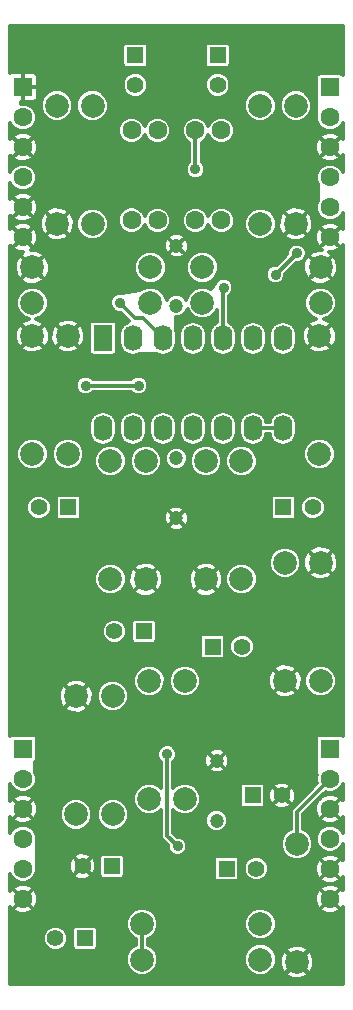
<source format=gtl>
G04 #@! TF.GenerationSoftware,KiCad,Pcbnew,(2016-12-20 revision 2972f6f)-master*
G04 #@! TF.CreationDate,2020-06-24T23:38:58+03:00*
G04 #@! TF.ProjectId,DIYOUT3M,4449594F5554334D2E6B696361645F70,rev?*
G04 #@! TF.FileFunction,Copper,L1,Top,Signal*
G04 #@! TF.FilePolarity,Positive*
%FSLAX46Y46*%
G04 Gerber Fmt 4.6, Leading zero omitted, Abs format (unit mm)*
G04 Created by KiCad (PCBNEW (2016-12-20 revision 2972f6f)-master) date Wed Jun 24 23:38:58 2020*
%MOMM*%
%LPD*%
G01*
G04 APERTURE LIST*
%ADD10C,0.100000*%
%ADD11C,1.600000*%
%ADD12R,1.600000X1.600000*%
%ADD13R,1.400000X1.400000*%
%ADD14C,1.400000*%
%ADD15C,1.200000*%
%ADD16R,1.600000X2.200000*%
%ADD17O,1.600000X2.200000*%
%ADD18C,6.000000*%
%ADD19C,2.000000*%
%ADD20C,0.900000*%
%ADD21C,0.300000*%
G04 APERTURE END LIST*
D10*
D11*
X10700000Y72700000D03*
X10700000Y65100000D03*
X1500000Y63650000D03*
X1500000Y66190000D03*
X1500000Y68730000D03*
X1500000Y71270000D03*
D12*
X1500000Y76350000D03*
D11*
X1500000Y73810000D03*
X1500000Y7650000D03*
X1500000Y10190000D03*
X1500000Y12730000D03*
X1500000Y15270000D03*
D12*
X1500000Y20350000D03*
D11*
X1500000Y17810000D03*
X27500000Y63650000D03*
X27500000Y66190000D03*
X27500000Y68730000D03*
X27500000Y71270000D03*
D12*
X27500000Y76350000D03*
D11*
X27500000Y73810000D03*
X27500000Y7650000D03*
X27500000Y10190000D03*
X27500000Y12730000D03*
X27500000Y15270000D03*
D12*
X27500000Y20350000D03*
D11*
X27500000Y17810000D03*
D13*
X18000000Y79050000D03*
D14*
X18000000Y76550000D03*
D13*
X11000000Y79050000D03*
D14*
X11000000Y76550000D03*
D15*
X14500000Y57860000D03*
X14500000Y62940000D03*
X14500000Y39860000D03*
X14500000Y44940000D03*
D13*
X6750000Y4300000D03*
D14*
X4250000Y4300000D03*
D15*
X17900000Y14260000D03*
X17900000Y19340000D03*
D13*
X9050000Y10400000D03*
D14*
X6550000Y10400000D03*
D13*
X20950000Y16400000D03*
D14*
X23450000Y16400000D03*
D13*
X11750000Y30300000D03*
D14*
X9250000Y30300000D03*
D13*
X5350000Y40800000D03*
D14*
X2850000Y40800000D03*
D13*
X23550000Y40800000D03*
D14*
X26050000Y40800000D03*
D13*
X17550000Y29000000D03*
D14*
X20050000Y29000000D03*
D13*
X18750000Y10200000D03*
D14*
X21250000Y10200000D03*
D16*
X8280000Y55110000D03*
D17*
X10820000Y55110000D03*
X13360000Y55110000D03*
X15900000Y55110000D03*
X18440000Y55110000D03*
X20980000Y55110000D03*
X23520000Y55110000D03*
X23520000Y47490000D03*
X20980000Y47490000D03*
X18440000Y47490000D03*
X15900000Y47490000D03*
X13360000Y47490000D03*
X10820000Y47490000D03*
X8280000Y47490000D03*
D11*
X18300000Y65090000D03*
X18300000Y72710000D03*
X12900000Y72710000D03*
X12900000Y65090000D03*
X16100000Y72710000D03*
X16100000Y65090000D03*
D18*
X3800000Y33500000D03*
D19*
X9100000Y24800000D03*
X9100000Y14800000D03*
X26700000Y58100000D03*
X16700000Y58100000D03*
X6000000Y24800000D03*
X6000000Y14800000D03*
X21600000Y2500000D03*
X11600000Y2500000D03*
X11600000Y5500000D03*
X21600000Y5500000D03*
X12200000Y16100000D03*
X12200000Y26100000D03*
X15200000Y16100000D03*
X15200000Y26100000D03*
X8900000Y44700000D03*
X8900000Y34700000D03*
X20000000Y34700000D03*
X20000000Y44700000D03*
X11900000Y44700000D03*
X11900000Y34700000D03*
X17000000Y34700000D03*
X17000000Y44700000D03*
X26700000Y36100000D03*
X26700000Y26100000D03*
X24700000Y12300000D03*
X24700000Y2300000D03*
X12300000Y61100000D03*
X2300000Y61100000D03*
X16700000Y61100000D03*
X26700000Y61100000D03*
X12300000Y58100000D03*
X2300000Y58100000D03*
X4400000Y64800000D03*
X4400000Y74800000D03*
X24600000Y64800000D03*
X24600000Y74800000D03*
X7400000Y74800000D03*
X7400000Y64800000D03*
X21600000Y64800000D03*
X21600000Y74800000D03*
X5300000Y55300000D03*
X5300000Y45300000D03*
X23700000Y36100000D03*
X23700000Y26100000D03*
X2300000Y45300000D03*
X2300000Y55300000D03*
X26600000Y55300000D03*
X26600000Y45300000D03*
D20*
X16100000Y69400000D03*
X13600000Y1700000D03*
X19900000Y1200000D03*
X14800000Y4700000D03*
X9400000Y2600000D03*
X1000000Y1400000D03*
X24800000Y5800000D03*
X17400000Y8000000D03*
X9400000Y5600000D03*
X22600000Y11900000D03*
X19500000Y15100000D03*
X14700000Y10300000D03*
X10300000Y12500000D03*
X23400000Y20900000D03*
X27900000Y23300000D03*
X19900000Y63100000D03*
X21300000Y58600000D03*
X23400000Y58900000D03*
X8000000Y18700000D03*
X11800000Y19200000D03*
X13800000Y24600000D03*
X10200000Y16400000D03*
X6000000Y20600000D03*
X1700000Y22300000D03*
X10200000Y27200000D03*
X15800000Y28200000D03*
X13500000Y30800000D03*
X18900000Y30900000D03*
X8100000Y28900000D03*
X19200000Y27300000D03*
X20100000Y42800000D03*
X27800000Y28700000D03*
X21900000Y32500000D03*
X21600000Y38200000D03*
X27600000Y42300000D03*
X27800000Y47000000D03*
X27800000Y52100000D03*
X24700000Y42500000D03*
X25200000Y49700000D03*
X22000000Y66600000D03*
X16800000Y66600000D03*
X19900000Y71400000D03*
X23900000Y70200000D03*
X27100000Y78000000D03*
X27800000Y80900000D03*
X20000000Y79500000D03*
X1200000Y42100000D03*
X1100000Y47200000D03*
X7300000Y45700000D03*
X6900000Y39000000D03*
X15600000Y49800000D03*
X22400000Y50700000D03*
X19700000Y56900000D03*
X20800000Y52700000D03*
X11000000Y52700000D03*
X3500000Y47800000D03*
X1500000Y80800000D03*
X7000000Y78100000D03*
X13200000Y80500000D03*
X9500000Y75100000D03*
X8900000Y71600000D03*
X13100000Y69200000D03*
X9100000Y66500000D03*
X8200000Y58400000D03*
X9100000Y63600000D03*
X11300000Y51100000D03*
X6800000Y51100000D03*
X22900000Y60500000D03*
X24700000Y62300000D03*
X13700000Y19900000D03*
X14600000Y12100000D03*
X9700000Y58100000D03*
X18500000Y59400000D03*
D21*
X16100000Y69400000D02*
X16100000Y72710000D01*
X14800000Y4700000D02*
X14800000Y5400000D01*
X11200000Y800000D02*
X12700000Y800000D01*
X12700000Y800000D02*
X13600000Y1700000D01*
X19900000Y1200000D02*
X16400000Y4700000D01*
X16400000Y4700000D02*
X14800000Y4700000D01*
X1500000Y7650000D02*
X2500000Y6650000D01*
X2500000Y2900000D02*
X1000000Y1400000D01*
X2500000Y6650000D02*
X2500000Y2900000D01*
X9400000Y2600000D02*
X11200000Y800000D01*
X14800000Y5400000D02*
X17400000Y8000000D01*
X14700000Y10300000D02*
X12500000Y10300000D01*
X22600000Y15550000D02*
X22600000Y11900000D01*
X19500000Y15100000D02*
X19500000Y13600000D01*
X19500000Y13600000D02*
X16200000Y10300000D01*
X16200000Y10300000D02*
X14700000Y10300000D01*
X23450000Y16400000D02*
X22600000Y15550000D01*
X12500000Y10300000D02*
X10300000Y12500000D01*
X23400000Y20900000D02*
X25800000Y23300000D01*
X25800000Y23300000D02*
X27900000Y23300000D01*
X21300000Y58600000D02*
X21600000Y58900000D01*
X22900000Y63100000D02*
X19900000Y63100000D01*
X24600000Y64800000D02*
X22900000Y63100000D01*
X21600000Y58900000D02*
X23400000Y58900000D01*
X11300000Y18700000D02*
X8000000Y18700000D01*
X17900000Y19340000D02*
X13800000Y23440000D01*
X13800000Y23440000D02*
X13800000Y24600000D01*
X11800000Y19200000D02*
X11300000Y18700000D01*
X6000000Y24800000D02*
X5100000Y23900000D01*
X5100000Y21500000D02*
X6000000Y20600000D01*
X5100000Y23900000D02*
X5100000Y21500000D01*
X10200000Y27200000D02*
X9800000Y27200000D01*
X11200000Y28200000D02*
X10200000Y27200000D01*
X13600000Y30900000D02*
X13500000Y30800000D01*
X18900000Y30900000D02*
X13600000Y30900000D01*
X15800000Y28200000D02*
X11200000Y28200000D01*
X9800000Y27200000D02*
X8100000Y28900000D01*
X23700000Y26100000D02*
X22500000Y27300000D01*
X22500000Y27300000D02*
X19200000Y27300000D01*
X20100000Y42800000D02*
X21600000Y41300000D01*
X17440000Y42800000D02*
X20100000Y42800000D01*
X14500000Y39860000D02*
X17440000Y42800000D01*
X24000000Y32500000D02*
X27800000Y28700000D01*
X21900000Y32500000D02*
X24000000Y32500000D01*
X21600000Y41300000D02*
X21600000Y38200000D01*
X26600000Y55300000D02*
X27800000Y54100000D01*
X28200000Y42900000D02*
X27600000Y42300000D01*
X28200000Y46600000D02*
X28200000Y42900000D01*
X27800000Y47000000D02*
X28200000Y46600000D01*
X27800000Y54100000D02*
X27800000Y52100000D01*
X25200000Y53900000D02*
X25200000Y49700000D01*
X26600000Y55300000D02*
X25200000Y53900000D01*
X27500000Y71270000D02*
X26430000Y70200000D01*
X19900000Y69700000D02*
X16800000Y66600000D01*
X19900000Y71400000D02*
X19900000Y69700000D01*
X26430000Y70200000D02*
X23900000Y70200000D01*
X21400000Y80900000D02*
X27800000Y80900000D01*
X20000000Y79500000D02*
X21400000Y80900000D01*
X5300000Y55300000D02*
X1100000Y51100000D01*
X1200000Y36100000D02*
X3800000Y33500000D01*
X1200000Y42100000D02*
X1200000Y36100000D01*
X1100000Y51100000D02*
X1100000Y47200000D01*
X14500000Y39860000D02*
X12060000Y42300000D01*
X10200000Y42300000D02*
X6900000Y39000000D01*
X12060000Y42300000D02*
X10200000Y42300000D01*
X20800000Y52700000D02*
X20800000Y52300000D01*
X20800000Y52300000D02*
X22400000Y50700000D01*
X5300000Y55300000D02*
X7900000Y52700000D01*
X19700000Y53800000D02*
X19700000Y56900000D01*
X20800000Y52700000D02*
X19700000Y53800000D01*
X7900000Y52700000D02*
X11000000Y52700000D01*
X5300000Y55300000D02*
X3500000Y53500000D01*
X3500000Y53500000D02*
X3500000Y47800000D01*
X9100000Y66500000D02*
X9100000Y63600000D01*
X7000000Y78100000D02*
X9400000Y80500000D01*
X9400000Y80500000D02*
X13200000Y80500000D01*
X9500000Y75100000D02*
X9500000Y74200000D01*
X9500000Y74200000D02*
X8900000Y73600000D01*
X8900000Y73600000D02*
X8900000Y71600000D01*
X13100000Y69200000D02*
X10400000Y66500000D01*
X10400000Y66500000D02*
X9100000Y66500000D01*
X1500000Y76350000D02*
X1500000Y80800000D01*
X8200000Y58200000D02*
X5300000Y55300000D01*
X8200000Y58400000D02*
X8200000Y58200000D01*
X6800000Y51100000D02*
X11300000Y51100000D01*
X24700000Y62300000D02*
X22900000Y60500000D01*
X20980000Y47490000D02*
X23520000Y47490000D01*
X13700000Y13000000D02*
X13700000Y19900000D01*
X14600000Y12100000D02*
X13700000Y13000000D01*
X24700000Y15010000D02*
X24700000Y12300000D01*
X27500000Y17810000D02*
X24700000Y15010000D01*
X13360000Y55110000D02*
X11670000Y56800000D01*
X11000000Y56800000D02*
X9700000Y58100000D01*
X11670000Y56800000D02*
X11000000Y56800000D01*
X18440000Y55110000D02*
X18440000Y59340000D01*
X11600000Y5500000D02*
X11600000Y2500000D01*
G36*
X28580000Y77396932D02*
X28566755Y77416755D01*
X28444367Y77498532D01*
X28300000Y77527248D01*
X26700000Y77527248D01*
X26555633Y77498532D01*
X26433245Y77416755D01*
X26351468Y77294367D01*
X26322752Y77150000D01*
X26322752Y75550000D01*
X26350000Y75413013D01*
X26350000Y74091425D01*
X26330203Y74043748D01*
X26329797Y73578294D01*
X26507544Y73148114D01*
X26836383Y72818700D01*
X27266252Y72640203D01*
X27731706Y72639797D01*
X28161886Y72817544D01*
X28491300Y73146383D01*
X28580000Y73359997D01*
X28580000Y71979504D01*
X28551196Y72022614D01*
X28337786Y72095058D01*
X27512728Y71270000D01*
X28337786Y70444942D01*
X28551196Y70517386D01*
X28580000Y70581028D01*
X28580000Y69180014D01*
X28492456Y69391886D01*
X28163617Y69721300D01*
X27733748Y69899797D01*
X27268294Y69900203D01*
X26838114Y69722456D01*
X26508700Y69393617D01*
X26330203Y68963748D01*
X26329797Y68498294D01*
X26450000Y68207381D01*
X26450000Y66712252D01*
X26330203Y66423748D01*
X26329797Y65958294D01*
X26507544Y65528114D01*
X26836383Y65198700D01*
X27266252Y65020203D01*
X27731706Y65019797D01*
X28161886Y65197544D01*
X28491300Y65526383D01*
X28580000Y65739997D01*
X28580000Y64359504D01*
X28551196Y64402614D01*
X28337786Y64475058D01*
X27512728Y63650000D01*
X28337786Y62824942D01*
X28551196Y62897386D01*
X28580000Y62961028D01*
X28580000Y21396932D01*
X28566755Y21416755D01*
X28444367Y21498532D01*
X28300000Y21527248D01*
X26700000Y21527248D01*
X26555633Y21498532D01*
X26433245Y21416755D01*
X26351468Y21294367D01*
X26322752Y21150000D01*
X26322752Y19550000D01*
X26350944Y19408265D01*
X26350000Y19400000D01*
X26350000Y18200000D01*
X26361418Y18142597D01*
X26367481Y18133523D01*
X26330203Y18043748D01*
X26329797Y17578294D01*
X26389181Y17434573D01*
X24332304Y15377696D01*
X24219583Y15208995D01*
X24179999Y15010000D01*
X24180000Y15009995D01*
X24180000Y13567482D01*
X23924971Y13462107D01*
X23539248Y13077056D01*
X23330238Y12573705D01*
X23329763Y12028686D01*
X23537893Y11524971D01*
X23922944Y11139248D01*
X24426295Y10930238D01*
X24971314Y10929763D01*
X25208548Y11027786D01*
X26674942Y11027786D01*
X27500000Y10202728D01*
X28325058Y11027786D01*
X28252614Y11241196D01*
X27793050Y11449191D01*
X27288871Y11465486D01*
X26816836Y11287599D01*
X26747386Y11241196D01*
X26674942Y11027786D01*
X25208548Y11027786D01*
X25475029Y11137893D01*
X25860752Y11522944D01*
X26069762Y12026295D01*
X26070237Y12571314D01*
X25862107Y13075029D01*
X25477056Y13460752D01*
X25220000Y13567491D01*
X25220000Y14432214D01*
X26674942Y14432214D01*
X26747386Y14218804D01*
X27206950Y14010809D01*
X27711129Y13994514D01*
X28183164Y14172401D01*
X28252614Y14218804D01*
X28325058Y14432214D01*
X27500000Y15257272D01*
X26674942Y14432214D01*
X25220000Y14432214D01*
X25220000Y14794608D01*
X26591331Y16165939D01*
X26662212Y16095057D01*
X26448804Y16022614D01*
X26240809Y15563050D01*
X26224514Y15058871D01*
X26402401Y14586836D01*
X26448804Y14517386D01*
X26662214Y14444942D01*
X27487272Y15270000D01*
X27473130Y15284142D01*
X27485858Y15296870D01*
X27500000Y15282728D01*
X28325058Y16107786D01*
X28252614Y16321196D01*
X27793050Y16529191D01*
X27288871Y16545486D01*
X26816836Y16367599D01*
X26747386Y16321196D01*
X26674943Y16107788D01*
X26604061Y16178669D01*
X27124469Y16699077D01*
X27266252Y16640203D01*
X27731706Y16639797D01*
X28161886Y16817544D01*
X28491300Y17146383D01*
X28580000Y17359997D01*
X28580000Y15979504D01*
X28551196Y16022614D01*
X28337786Y16095058D01*
X27512728Y15270000D01*
X28337786Y14444942D01*
X28551196Y14517386D01*
X28580000Y14581028D01*
X28580000Y13180014D01*
X28492456Y13391886D01*
X28163617Y13721300D01*
X27733748Y13899797D01*
X27268294Y13900203D01*
X26838114Y13722456D01*
X26508700Y13393617D01*
X26330203Y12963748D01*
X26329797Y12498294D01*
X26507544Y12068114D01*
X26836383Y11738700D01*
X27266252Y11560203D01*
X27731706Y11559797D01*
X28161886Y11737544D01*
X28491300Y12066383D01*
X28580000Y12279997D01*
X28580000Y10899504D01*
X28551196Y10942614D01*
X28337786Y11015058D01*
X27512728Y10190000D01*
X28337786Y9364942D01*
X28551196Y9437386D01*
X28580000Y9501028D01*
X28580000Y8359504D01*
X28551196Y8402614D01*
X28337786Y8475058D01*
X27512728Y7650000D01*
X28337786Y6824942D01*
X28551196Y6897386D01*
X28580000Y6961028D01*
X28580000Y420000D01*
X420000Y420000D01*
X420000Y4088098D01*
X3179814Y4088098D01*
X3342369Y3694685D01*
X3643102Y3393427D01*
X4036230Y3230186D01*
X4461902Y3229814D01*
X4855315Y3392369D01*
X5156573Y3693102D01*
X5319814Y4086230D01*
X5320186Y4511902D01*
X5157631Y4905315D01*
X5063112Y5000000D01*
X5672752Y5000000D01*
X5672752Y3600000D01*
X5701468Y3455633D01*
X5783245Y3333245D01*
X5905633Y3251468D01*
X6050000Y3222752D01*
X7450000Y3222752D01*
X7594367Y3251468D01*
X7716755Y3333245D01*
X7798532Y3455633D01*
X7827248Y3600000D01*
X7827248Y5000000D01*
X7798532Y5144367D01*
X7742192Y5228686D01*
X10229763Y5228686D01*
X10437893Y4724971D01*
X10822944Y4339248D01*
X11080000Y4232509D01*
X11080000Y3767482D01*
X10824971Y3662107D01*
X10439248Y3277056D01*
X10230238Y2773705D01*
X10229763Y2228686D01*
X10437893Y1724971D01*
X10822944Y1339248D01*
X11326295Y1130238D01*
X11871314Y1129763D01*
X12375029Y1337893D01*
X12760752Y1722944D01*
X12969762Y2226295D01*
X12969764Y2228686D01*
X20229763Y2228686D01*
X20437893Y1724971D01*
X20822944Y1339248D01*
X21326295Y1130238D01*
X21871314Y1129763D01*
X22326930Y1318019D01*
X23730747Y1318019D01*
X23827524Y1083827D01*
X24359346Y842521D01*
X24943030Y823102D01*
X25489715Y1028529D01*
X25572476Y1083827D01*
X25669253Y1318019D01*
X24700000Y2287272D01*
X23730747Y1318019D01*
X22326930Y1318019D01*
X22375029Y1337893D01*
X22760752Y1722944D01*
X22899451Y2056970D01*
X23223102Y2056970D01*
X23428529Y1510285D01*
X23483827Y1427524D01*
X23718019Y1330747D01*
X24687272Y2300000D01*
X24712728Y2300000D01*
X25681981Y1330747D01*
X25916173Y1427524D01*
X26157479Y1959346D01*
X26176898Y2543030D01*
X25971471Y3089715D01*
X25916173Y3172476D01*
X25681981Y3269253D01*
X24712728Y2300000D01*
X24687272Y2300000D01*
X23718019Y3269253D01*
X23483827Y3172476D01*
X23242521Y2640654D01*
X23223102Y2056970D01*
X22899451Y2056970D01*
X22969762Y2226295D01*
X22970237Y2771314D01*
X22762107Y3275029D01*
X22755168Y3281981D01*
X23730747Y3281981D01*
X24700000Y2312728D01*
X25669253Y3281981D01*
X25572476Y3516173D01*
X25040654Y3757479D01*
X24456970Y3776898D01*
X23910285Y3571471D01*
X23827524Y3516173D01*
X23730747Y3281981D01*
X22755168Y3281981D01*
X22377056Y3660752D01*
X21873705Y3869762D01*
X21328686Y3870237D01*
X20824971Y3662107D01*
X20439248Y3277056D01*
X20230238Y2773705D01*
X20229763Y2228686D01*
X12969764Y2228686D01*
X12970237Y2771314D01*
X12762107Y3275029D01*
X12377056Y3660752D01*
X12120000Y3767491D01*
X12120000Y4232518D01*
X12375029Y4337893D01*
X12760752Y4722944D01*
X12969762Y5226295D01*
X12969764Y5228686D01*
X20229763Y5228686D01*
X20437893Y4724971D01*
X20822944Y4339248D01*
X21326295Y4130238D01*
X21871314Y4129763D01*
X22375029Y4337893D01*
X22760752Y4722944D01*
X22969762Y5226295D01*
X22970237Y5771314D01*
X22762107Y6275029D01*
X22377056Y6660752D01*
X22012296Y6812214D01*
X26674942Y6812214D01*
X26747386Y6598804D01*
X27206950Y6390809D01*
X27711129Y6374514D01*
X28183164Y6552401D01*
X28252614Y6598804D01*
X28325058Y6812214D01*
X27500000Y7637272D01*
X26674942Y6812214D01*
X22012296Y6812214D01*
X21873705Y6869762D01*
X21328686Y6870237D01*
X20824971Y6662107D01*
X20439248Y6277056D01*
X20230238Y5773705D01*
X20229763Y5228686D01*
X12969764Y5228686D01*
X12970237Y5771314D01*
X12762107Y6275029D01*
X12377056Y6660752D01*
X11873705Y6869762D01*
X11328686Y6870237D01*
X10824971Y6662107D01*
X10439248Y6277056D01*
X10230238Y5773705D01*
X10229763Y5228686D01*
X7742192Y5228686D01*
X7716755Y5266755D01*
X7594367Y5348532D01*
X7450000Y5377248D01*
X6050000Y5377248D01*
X5905633Y5348532D01*
X5783245Y5266755D01*
X5701468Y5144367D01*
X5672752Y5000000D01*
X5063112Y5000000D01*
X4856898Y5206573D01*
X4463770Y5369814D01*
X4038098Y5370186D01*
X3644685Y5207631D01*
X3343427Y4906898D01*
X3180186Y4513770D01*
X3179814Y4088098D01*
X420000Y4088098D01*
X420000Y6812214D01*
X674942Y6812214D01*
X747386Y6598804D01*
X1206950Y6390809D01*
X1711129Y6374514D01*
X2183164Y6552401D01*
X2252614Y6598804D01*
X2325058Y6812214D01*
X1500000Y7637272D01*
X674942Y6812214D01*
X420000Y6812214D01*
X420000Y6940496D01*
X448804Y6897386D01*
X662214Y6824942D01*
X1487272Y7650000D01*
X1512728Y7650000D01*
X2337786Y6824942D01*
X2551196Y6897386D01*
X2759191Y7356950D01*
X2761838Y7438871D01*
X26224514Y7438871D01*
X26402401Y6966836D01*
X26448804Y6897386D01*
X26662214Y6824942D01*
X27487272Y7650000D01*
X26662214Y8475058D01*
X26448804Y8402614D01*
X26240809Y7943050D01*
X26224514Y7438871D01*
X2761838Y7438871D01*
X2775486Y7861129D01*
X2597599Y8333164D01*
X2551196Y8402614D01*
X2337786Y8475058D01*
X1512728Y7650000D01*
X1487272Y7650000D01*
X662214Y8475058D01*
X448804Y8402614D01*
X420000Y8338972D01*
X420000Y8487786D01*
X674942Y8487786D01*
X1500000Y7662728D01*
X2325058Y8487786D01*
X26674942Y8487786D01*
X27500000Y7662728D01*
X28325058Y8487786D01*
X28252614Y8701196D01*
X27793050Y8909191D01*
X27288871Y8925486D01*
X26816836Y8747599D01*
X26747386Y8701196D01*
X26674942Y8487786D01*
X2325058Y8487786D01*
X2252614Y8701196D01*
X1793050Y8909191D01*
X1288871Y8925486D01*
X816836Y8747599D01*
X747386Y8701196D01*
X674942Y8487786D01*
X420000Y8487786D01*
X420000Y9739986D01*
X507544Y9528114D01*
X836383Y9198700D01*
X1266252Y9020203D01*
X1731706Y9019797D01*
X2161886Y9197544D01*
X2491300Y9526383D01*
X2536116Y9634314D01*
X5797042Y9634314D01*
X5857318Y9431293D01*
X6280753Y9239954D01*
X6745178Y9225221D01*
X7179890Y9389337D01*
X7242682Y9431293D01*
X7302958Y9634314D01*
X6550000Y10387272D01*
X5797042Y9634314D01*
X2536116Y9634314D01*
X2669797Y9956252D01*
X2670013Y10204822D01*
X5375221Y10204822D01*
X5539337Y9770110D01*
X5581293Y9707318D01*
X5784314Y9647042D01*
X6537272Y10400000D01*
X6562728Y10400000D01*
X7315686Y9647042D01*
X7518707Y9707318D01*
X7710046Y10130753D01*
X7724779Y10595178D01*
X7560663Y11029890D01*
X7518707Y11092682D01*
X7494059Y11100000D01*
X7972752Y11100000D01*
X7972752Y9700000D01*
X8001468Y9555633D01*
X8083245Y9433245D01*
X8205633Y9351468D01*
X8350000Y9322752D01*
X9750000Y9322752D01*
X9894367Y9351468D01*
X10016755Y9433245D01*
X10098532Y9555633D01*
X10127248Y9700000D01*
X10127248Y10900000D01*
X17672752Y10900000D01*
X17672752Y9500000D01*
X17701468Y9355633D01*
X17783245Y9233245D01*
X17905633Y9151468D01*
X18050000Y9122752D01*
X19450000Y9122752D01*
X19594367Y9151468D01*
X19716755Y9233245D01*
X19798532Y9355633D01*
X19827248Y9500000D01*
X19827248Y9988098D01*
X20179814Y9988098D01*
X20342369Y9594685D01*
X20643102Y9293427D01*
X21036230Y9130186D01*
X21461902Y9129814D01*
X21855315Y9292369D01*
X21915264Y9352214D01*
X26674942Y9352214D01*
X26747386Y9138804D01*
X27206950Y8930809D01*
X27711129Y8914514D01*
X28183164Y9092401D01*
X28252614Y9138804D01*
X28325058Y9352214D01*
X27500000Y10177272D01*
X26674942Y9352214D01*
X21915264Y9352214D01*
X22156573Y9593102D01*
X22316758Y9978871D01*
X26224514Y9978871D01*
X26402401Y9506836D01*
X26448804Y9437386D01*
X26662214Y9364942D01*
X27487272Y10190000D01*
X26662214Y11015058D01*
X26448804Y10942614D01*
X26240809Y10483050D01*
X26224514Y9978871D01*
X22316758Y9978871D01*
X22319814Y9986230D01*
X22320186Y10411902D01*
X22157631Y10805315D01*
X21856898Y11106573D01*
X21463770Y11269814D01*
X21038098Y11270186D01*
X20644685Y11107631D01*
X20343427Y10806898D01*
X20180186Y10413770D01*
X20179814Y9988098D01*
X19827248Y9988098D01*
X19827248Y10900000D01*
X19798532Y11044367D01*
X19716755Y11166755D01*
X19594367Y11248532D01*
X19450000Y11277248D01*
X18050000Y11277248D01*
X17905633Y11248532D01*
X17783245Y11166755D01*
X17701468Y11044367D01*
X17672752Y10900000D01*
X10127248Y10900000D01*
X10127248Y11100000D01*
X10098532Y11244367D01*
X10016755Y11366755D01*
X9894367Y11448532D01*
X9750000Y11477248D01*
X8350000Y11477248D01*
X8205633Y11448532D01*
X8083245Y11366755D01*
X8001468Y11244367D01*
X7972752Y11100000D01*
X7494059Y11100000D01*
X7315686Y11152958D01*
X6562728Y10400000D01*
X6537272Y10400000D01*
X5784314Y11152958D01*
X5581293Y11092682D01*
X5389954Y10669247D01*
X5375221Y10204822D01*
X2670013Y10204822D01*
X2670203Y10421706D01*
X2650000Y10470601D01*
X2650000Y11165686D01*
X5797042Y11165686D01*
X6550000Y10412728D01*
X7302958Y11165686D01*
X7242682Y11368707D01*
X6819247Y11560046D01*
X6354822Y11574779D01*
X5920110Y11410663D01*
X5857318Y11368707D01*
X5797042Y11165686D01*
X2650000Y11165686D01*
X2650000Y12448575D01*
X2669797Y12496252D01*
X2670203Y12961706D01*
X2492456Y13391886D01*
X2163617Y13721300D01*
X1733748Y13899797D01*
X1268294Y13900203D01*
X838114Y13722456D01*
X508700Y13393617D01*
X420000Y13180003D01*
X420000Y14432214D01*
X674942Y14432214D01*
X747386Y14218804D01*
X1206950Y14010809D01*
X1711129Y13994514D01*
X2183164Y14172401D01*
X2252614Y14218804D01*
X2325058Y14432214D01*
X1500000Y15257272D01*
X674942Y14432214D01*
X420000Y14432214D01*
X420000Y14560496D01*
X448804Y14517386D01*
X662214Y14444942D01*
X1487272Y15270000D01*
X1512728Y15270000D01*
X2337786Y14444942D01*
X2551196Y14517386D01*
X2556310Y14528686D01*
X4629763Y14528686D01*
X4837893Y14024971D01*
X5222944Y13639248D01*
X5726295Y13430238D01*
X6271314Y13429763D01*
X6775029Y13637893D01*
X7160752Y14022944D01*
X7369762Y14526295D01*
X7369764Y14528686D01*
X7729763Y14528686D01*
X7937893Y14024971D01*
X8322944Y13639248D01*
X8826295Y13430238D01*
X9371314Y13429763D01*
X9875029Y13637893D01*
X10260752Y14022944D01*
X10469762Y14526295D01*
X10470237Y15071314D01*
X10262107Y15575029D01*
X10008892Y15828686D01*
X10829763Y15828686D01*
X11037893Y15324971D01*
X11422944Y14939248D01*
X11926295Y14730238D01*
X12471314Y14729763D01*
X12975029Y14937893D01*
X13180000Y15142507D01*
X13180000Y13000005D01*
X13179999Y13000000D01*
X13219583Y12801005D01*
X13332304Y12632304D01*
X13780073Y12184536D01*
X13779858Y11937607D01*
X13904432Y11636114D01*
X14134901Y11405243D01*
X14436176Y11280142D01*
X14762393Y11279858D01*
X15063886Y11404432D01*
X15294757Y11634901D01*
X15419858Y11936176D01*
X15420142Y12262393D01*
X15295568Y12563886D01*
X15065099Y12794757D01*
X14763824Y12919858D01*
X14515317Y12920074D01*
X14220000Y13215392D01*
X14220000Y14067902D01*
X16929832Y14067902D01*
X17077195Y13711257D01*
X17349822Y13438154D01*
X17706209Y13290169D01*
X18092098Y13289832D01*
X18448743Y13437195D01*
X18721846Y13709822D01*
X18869831Y14066209D01*
X18870168Y14452098D01*
X18722805Y14808743D01*
X18450178Y15081846D01*
X18093791Y15229831D01*
X17707902Y15230168D01*
X17351257Y15082805D01*
X17078154Y14810178D01*
X16930169Y14453791D01*
X16929832Y14067902D01*
X14220000Y14067902D01*
X14220000Y15142546D01*
X14422944Y14939248D01*
X14926295Y14730238D01*
X15471314Y14729763D01*
X15975029Y14937893D01*
X16360752Y15322944D01*
X16569762Y15826295D01*
X16570237Y16371314D01*
X16362107Y16875029D01*
X16137528Y17100000D01*
X19872752Y17100000D01*
X19872752Y15700000D01*
X19901468Y15555633D01*
X19983245Y15433245D01*
X20105633Y15351468D01*
X20250000Y15322752D01*
X21650000Y15322752D01*
X21794367Y15351468D01*
X21916755Y15433245D01*
X21998532Y15555633D01*
X22014182Y15634314D01*
X22697042Y15634314D01*
X22757318Y15431293D01*
X23180753Y15239954D01*
X23645178Y15225221D01*
X24079890Y15389337D01*
X24142682Y15431293D01*
X24202958Y15634314D01*
X23450000Y16387272D01*
X22697042Y15634314D01*
X22014182Y15634314D01*
X22027248Y15700000D01*
X22027248Y16204822D01*
X22275221Y16204822D01*
X22439337Y15770110D01*
X22481293Y15707318D01*
X22684314Y15647042D01*
X23437272Y16400000D01*
X23462728Y16400000D01*
X24215686Y15647042D01*
X24418707Y15707318D01*
X24610046Y16130753D01*
X24624779Y16595178D01*
X24460663Y17029890D01*
X24418707Y17092682D01*
X24215686Y17152958D01*
X23462728Y16400000D01*
X23437272Y16400000D01*
X22684314Y17152958D01*
X22481293Y17092682D01*
X22289954Y16669247D01*
X22275221Y16204822D01*
X22027248Y16204822D01*
X22027248Y17100000D01*
X22014183Y17165686D01*
X22697042Y17165686D01*
X23450000Y16412728D01*
X24202958Y17165686D01*
X24142682Y17368707D01*
X23719247Y17560046D01*
X23254822Y17574779D01*
X22820110Y17410663D01*
X22757318Y17368707D01*
X22697042Y17165686D01*
X22014183Y17165686D01*
X21998532Y17244367D01*
X21916755Y17366755D01*
X21794367Y17448532D01*
X21650000Y17477248D01*
X20250000Y17477248D01*
X20105633Y17448532D01*
X19983245Y17366755D01*
X19901468Y17244367D01*
X19872752Y17100000D01*
X16137528Y17100000D01*
X15977056Y17260752D01*
X15473705Y17469762D01*
X14928686Y17470237D01*
X14424971Y17262107D01*
X14220000Y17057493D01*
X14220000Y18646412D01*
X17219140Y18646412D01*
X17267250Y18453783D01*
X17654555Y18279099D01*
X18079228Y18265927D01*
X18476614Y18416274D01*
X18532750Y18453783D01*
X18580860Y18646412D01*
X17900000Y19327272D01*
X17219140Y18646412D01*
X14220000Y18646412D01*
X14220000Y19160772D01*
X16825927Y19160772D01*
X16976274Y18763386D01*
X17013783Y18707250D01*
X17206412Y18659140D01*
X17887272Y19340000D01*
X17912728Y19340000D01*
X18593588Y18659140D01*
X18786217Y18707250D01*
X18960901Y19094555D01*
X18974073Y19519228D01*
X18823726Y19916614D01*
X18786217Y19972750D01*
X18593588Y20020860D01*
X17912728Y19340000D01*
X17887272Y19340000D01*
X17206412Y20020860D01*
X17013783Y19972750D01*
X16839099Y19585445D01*
X16825927Y19160772D01*
X14220000Y19160772D01*
X14220000Y19260448D01*
X14394757Y19434901D01*
X14519858Y19736176D01*
X14520116Y20033588D01*
X17219140Y20033588D01*
X17900000Y19352728D01*
X18580860Y20033588D01*
X18532750Y20226217D01*
X18145445Y20400901D01*
X17720772Y20414073D01*
X17323386Y20263726D01*
X17267250Y20226217D01*
X17219140Y20033588D01*
X14520116Y20033588D01*
X14520142Y20062393D01*
X14395568Y20363886D01*
X14165099Y20594757D01*
X13863824Y20719858D01*
X13537607Y20720142D01*
X13236114Y20595568D01*
X13005243Y20365099D01*
X12880142Y20063824D01*
X12879858Y19737607D01*
X13004432Y19436114D01*
X13180000Y19260240D01*
X13180000Y17057454D01*
X12977056Y17260752D01*
X12473705Y17469762D01*
X11928686Y17470237D01*
X11424971Y17262107D01*
X11039248Y16877056D01*
X10830238Y16373705D01*
X10829763Y15828686D01*
X10008892Y15828686D01*
X9877056Y15960752D01*
X9373705Y16169762D01*
X8828686Y16170237D01*
X8324971Y15962107D01*
X7939248Y15577056D01*
X7730238Y15073705D01*
X7729763Y14528686D01*
X7369764Y14528686D01*
X7370237Y15071314D01*
X7162107Y15575029D01*
X6777056Y15960752D01*
X6273705Y16169762D01*
X5728686Y16170237D01*
X5224971Y15962107D01*
X4839248Y15577056D01*
X4630238Y15073705D01*
X4629763Y14528686D01*
X2556310Y14528686D01*
X2759191Y14976950D01*
X2775486Y15481129D01*
X2597599Y15953164D01*
X2551196Y16022614D01*
X2337786Y16095058D01*
X1512728Y15270000D01*
X1487272Y15270000D01*
X662214Y16095058D01*
X448804Y16022614D01*
X420000Y15958972D01*
X420000Y16107786D01*
X674942Y16107786D01*
X1500000Y15282728D01*
X2325058Y16107786D01*
X2252614Y16321196D01*
X1793050Y16529191D01*
X1288871Y16545486D01*
X816836Y16367599D01*
X747386Y16321196D01*
X674942Y16107786D01*
X420000Y16107786D01*
X420000Y17359986D01*
X507544Y17148114D01*
X836383Y16818700D01*
X1266252Y16640203D01*
X1731706Y16639797D01*
X2161886Y16817544D01*
X2491300Y17146383D01*
X2669797Y17576252D01*
X2670203Y18041706D01*
X2550000Y18332619D01*
X2550000Y19272050D01*
X2566755Y19283245D01*
X2648532Y19405633D01*
X2677248Y19550000D01*
X2677248Y21150000D01*
X2648532Y21294367D01*
X2566755Y21416755D01*
X2444367Y21498532D01*
X2300000Y21527248D01*
X700000Y21527248D01*
X555633Y21498532D01*
X433245Y21416755D01*
X420000Y21396932D01*
X420000Y23818019D01*
X5030747Y23818019D01*
X5127524Y23583827D01*
X5659346Y23342521D01*
X6243030Y23323102D01*
X6789715Y23528529D01*
X6872476Y23583827D01*
X6969253Y23818019D01*
X6000000Y24787272D01*
X5030747Y23818019D01*
X420000Y23818019D01*
X420000Y24556970D01*
X4523102Y24556970D01*
X4728529Y24010285D01*
X4783827Y23927524D01*
X5018019Y23830747D01*
X5987272Y24800000D01*
X6012728Y24800000D01*
X6981981Y23830747D01*
X7216173Y23927524D01*
X7457479Y24459346D01*
X7459785Y24528686D01*
X7729763Y24528686D01*
X7937893Y24024971D01*
X8322944Y23639248D01*
X8826295Y23430238D01*
X9371314Y23429763D01*
X9875029Y23637893D01*
X10260752Y24022944D01*
X10469762Y24526295D01*
X10470237Y25071314D01*
X10262107Y25575029D01*
X10008892Y25828686D01*
X10829763Y25828686D01*
X11037893Y25324971D01*
X11422944Y24939248D01*
X11926295Y24730238D01*
X12471314Y24729763D01*
X12975029Y24937893D01*
X13360752Y25322944D01*
X13569762Y25826295D01*
X13569764Y25828686D01*
X13829763Y25828686D01*
X14037893Y25324971D01*
X14422944Y24939248D01*
X14926295Y24730238D01*
X15471314Y24729763D01*
X15975029Y24937893D01*
X16155469Y25118019D01*
X22730747Y25118019D01*
X22827524Y24883827D01*
X23359346Y24642521D01*
X23943030Y24623102D01*
X24489715Y24828529D01*
X24572476Y24883827D01*
X24669253Y25118019D01*
X23700000Y26087272D01*
X22730747Y25118019D01*
X16155469Y25118019D01*
X16360752Y25322944D01*
X16569762Y25826295D01*
X16569788Y25856970D01*
X22223102Y25856970D01*
X22428529Y25310285D01*
X22483827Y25227524D01*
X22718019Y25130747D01*
X23687272Y26100000D01*
X23712728Y26100000D01*
X24681981Y25130747D01*
X24916173Y25227524D01*
X25157479Y25759346D01*
X25159785Y25828686D01*
X25329763Y25828686D01*
X25537893Y25324971D01*
X25922944Y24939248D01*
X26426295Y24730238D01*
X26971314Y24729763D01*
X27475029Y24937893D01*
X27860752Y25322944D01*
X28069762Y25826295D01*
X28070237Y26371314D01*
X27862107Y26875029D01*
X27477056Y27260752D01*
X26973705Y27469762D01*
X26428686Y27470237D01*
X25924971Y27262107D01*
X25539248Y26877056D01*
X25330238Y26373705D01*
X25329763Y25828686D01*
X25159785Y25828686D01*
X25176898Y26343030D01*
X24971471Y26889715D01*
X24916173Y26972476D01*
X24681981Y27069253D01*
X23712728Y26100000D01*
X23687272Y26100000D01*
X22718019Y27069253D01*
X22483827Y26972476D01*
X22242521Y26440654D01*
X22223102Y25856970D01*
X16569788Y25856970D01*
X16570237Y26371314D01*
X16362107Y26875029D01*
X16155516Y27081981D01*
X22730747Y27081981D01*
X23700000Y26112728D01*
X24669253Y27081981D01*
X24572476Y27316173D01*
X24040654Y27557479D01*
X23456970Y27576898D01*
X22910285Y27371471D01*
X22827524Y27316173D01*
X22730747Y27081981D01*
X16155516Y27081981D01*
X15977056Y27260752D01*
X15473705Y27469762D01*
X14928686Y27470237D01*
X14424971Y27262107D01*
X14039248Y26877056D01*
X13830238Y26373705D01*
X13829763Y25828686D01*
X13569764Y25828686D01*
X13570237Y26371314D01*
X13362107Y26875029D01*
X12977056Y27260752D01*
X12473705Y27469762D01*
X11928686Y27470237D01*
X11424971Y27262107D01*
X11039248Y26877056D01*
X10830238Y26373705D01*
X10829763Y25828686D01*
X10008892Y25828686D01*
X9877056Y25960752D01*
X9373705Y26169762D01*
X8828686Y26170237D01*
X8324971Y25962107D01*
X7939248Y25577056D01*
X7730238Y25073705D01*
X7729763Y24528686D01*
X7459785Y24528686D01*
X7476898Y25043030D01*
X7271471Y25589715D01*
X7216173Y25672476D01*
X6981981Y25769253D01*
X6012728Y24800000D01*
X5987272Y24800000D01*
X5018019Y25769253D01*
X4783827Y25672476D01*
X4542521Y25140654D01*
X4523102Y24556970D01*
X420000Y24556970D01*
X420000Y25781981D01*
X5030747Y25781981D01*
X6000000Y24812728D01*
X6969253Y25781981D01*
X6872476Y26016173D01*
X6340654Y26257479D01*
X5756970Y26276898D01*
X5210285Y26071471D01*
X5127524Y26016173D01*
X5030747Y25781981D01*
X420000Y25781981D01*
X420000Y30088098D01*
X8179814Y30088098D01*
X8342369Y29694685D01*
X8643102Y29393427D01*
X9036230Y29230186D01*
X9461902Y29229814D01*
X9855315Y29392369D01*
X10156573Y29693102D01*
X10319814Y30086230D01*
X10320186Y30511902D01*
X10157631Y30905315D01*
X10063112Y31000000D01*
X10672752Y31000000D01*
X10672752Y29600000D01*
X10701468Y29455633D01*
X10783245Y29333245D01*
X10905633Y29251468D01*
X11050000Y29222752D01*
X12450000Y29222752D01*
X12594367Y29251468D01*
X12716755Y29333245D01*
X12798532Y29455633D01*
X12827248Y29600000D01*
X12827248Y29700000D01*
X16472752Y29700000D01*
X16472752Y28300000D01*
X16501468Y28155633D01*
X16583245Y28033245D01*
X16705633Y27951468D01*
X16850000Y27922752D01*
X18250000Y27922752D01*
X18394367Y27951468D01*
X18516755Y28033245D01*
X18598532Y28155633D01*
X18627248Y28300000D01*
X18627248Y28788098D01*
X18979814Y28788098D01*
X19142369Y28394685D01*
X19443102Y28093427D01*
X19836230Y27930186D01*
X20261902Y27929814D01*
X20655315Y28092369D01*
X20956573Y28393102D01*
X21119814Y28786230D01*
X21120186Y29211902D01*
X20957631Y29605315D01*
X20656898Y29906573D01*
X20263770Y30069814D01*
X19838098Y30070186D01*
X19444685Y29907631D01*
X19143427Y29606898D01*
X18980186Y29213770D01*
X18979814Y28788098D01*
X18627248Y28788098D01*
X18627248Y29700000D01*
X18598532Y29844367D01*
X18516755Y29966755D01*
X18394367Y30048532D01*
X18250000Y30077248D01*
X16850000Y30077248D01*
X16705633Y30048532D01*
X16583245Y29966755D01*
X16501468Y29844367D01*
X16472752Y29700000D01*
X12827248Y29700000D01*
X12827248Y31000000D01*
X12798532Y31144367D01*
X12716755Y31266755D01*
X12594367Y31348532D01*
X12450000Y31377248D01*
X11050000Y31377248D01*
X10905633Y31348532D01*
X10783245Y31266755D01*
X10701468Y31144367D01*
X10672752Y31000000D01*
X10063112Y31000000D01*
X9856898Y31206573D01*
X9463770Y31369814D01*
X9038098Y31370186D01*
X8644685Y31207631D01*
X8343427Y30906898D01*
X8180186Y30513770D01*
X8179814Y30088098D01*
X420000Y30088098D01*
X420000Y34428686D01*
X7529763Y34428686D01*
X7737893Y33924971D01*
X8122944Y33539248D01*
X8626295Y33330238D01*
X9171314Y33329763D01*
X9675029Y33537893D01*
X9855469Y33718019D01*
X10930747Y33718019D01*
X11027524Y33483827D01*
X11559346Y33242521D01*
X12143030Y33223102D01*
X12689715Y33428529D01*
X12772476Y33483827D01*
X12869253Y33718019D01*
X16030747Y33718019D01*
X16127524Y33483827D01*
X16659346Y33242521D01*
X17243030Y33223102D01*
X17789715Y33428529D01*
X17872476Y33483827D01*
X17969253Y33718019D01*
X17000000Y34687272D01*
X16030747Y33718019D01*
X12869253Y33718019D01*
X11900000Y34687272D01*
X10930747Y33718019D01*
X9855469Y33718019D01*
X10060752Y33922944D01*
X10269762Y34426295D01*
X10269788Y34456970D01*
X10423102Y34456970D01*
X10628529Y33910285D01*
X10683827Y33827524D01*
X10918019Y33730747D01*
X11887272Y34700000D01*
X11912728Y34700000D01*
X12881981Y33730747D01*
X13116173Y33827524D01*
X13357479Y34359346D01*
X13360726Y34456970D01*
X15523102Y34456970D01*
X15728529Y33910285D01*
X15783827Y33827524D01*
X16018019Y33730747D01*
X16987272Y34700000D01*
X17012728Y34700000D01*
X17981981Y33730747D01*
X18216173Y33827524D01*
X18457479Y34359346D01*
X18459785Y34428686D01*
X18629763Y34428686D01*
X18837893Y33924971D01*
X19222944Y33539248D01*
X19726295Y33330238D01*
X20271314Y33329763D01*
X20775029Y33537893D01*
X21160752Y33922944D01*
X21369762Y34426295D01*
X21370237Y34971314D01*
X21162107Y35475029D01*
X20809067Y35828686D01*
X22329763Y35828686D01*
X22537893Y35324971D01*
X22922944Y34939248D01*
X23426295Y34730238D01*
X23971314Y34729763D01*
X24475029Y34937893D01*
X24655469Y35118019D01*
X25730747Y35118019D01*
X25827524Y34883827D01*
X26359346Y34642521D01*
X26943030Y34623102D01*
X27489715Y34828529D01*
X27572476Y34883827D01*
X27669253Y35118019D01*
X26700000Y36087272D01*
X25730747Y35118019D01*
X24655469Y35118019D01*
X24860752Y35322944D01*
X25069762Y35826295D01*
X25069788Y35856970D01*
X25223102Y35856970D01*
X25428529Y35310285D01*
X25483827Y35227524D01*
X25718019Y35130747D01*
X26687272Y36100000D01*
X26712728Y36100000D01*
X27681981Y35130747D01*
X27916173Y35227524D01*
X28157479Y35759346D01*
X28176898Y36343030D01*
X27971471Y36889715D01*
X27916173Y36972476D01*
X27681981Y37069253D01*
X26712728Y36100000D01*
X26687272Y36100000D01*
X25718019Y37069253D01*
X25483827Y36972476D01*
X25242521Y36440654D01*
X25223102Y35856970D01*
X25069788Y35856970D01*
X25070237Y36371314D01*
X24862107Y36875029D01*
X24655516Y37081981D01*
X25730747Y37081981D01*
X26700000Y36112728D01*
X27669253Y37081981D01*
X27572476Y37316173D01*
X27040654Y37557479D01*
X26456970Y37576898D01*
X25910285Y37371471D01*
X25827524Y37316173D01*
X25730747Y37081981D01*
X24655516Y37081981D01*
X24477056Y37260752D01*
X23973705Y37469762D01*
X23428686Y37470237D01*
X22924971Y37262107D01*
X22539248Y36877056D01*
X22330238Y36373705D01*
X22329763Y35828686D01*
X20809067Y35828686D01*
X20777056Y35860752D01*
X20273705Y36069762D01*
X19728686Y36070237D01*
X19224971Y35862107D01*
X18839248Y35477056D01*
X18630238Y34973705D01*
X18629763Y34428686D01*
X18459785Y34428686D01*
X18476898Y34943030D01*
X18271471Y35489715D01*
X18216173Y35572476D01*
X17981981Y35669253D01*
X17012728Y34700000D01*
X16987272Y34700000D01*
X16018019Y35669253D01*
X15783827Y35572476D01*
X15542521Y35040654D01*
X15523102Y34456970D01*
X13360726Y34456970D01*
X13376898Y34943030D01*
X13171471Y35489715D01*
X13116173Y35572476D01*
X12881981Y35669253D01*
X11912728Y34700000D01*
X11887272Y34700000D01*
X10918019Y35669253D01*
X10683827Y35572476D01*
X10442521Y35040654D01*
X10423102Y34456970D01*
X10269788Y34456970D01*
X10270237Y34971314D01*
X10062107Y35475029D01*
X9855516Y35681981D01*
X10930747Y35681981D01*
X11900000Y34712728D01*
X12869253Y35681981D01*
X16030747Y35681981D01*
X17000000Y34712728D01*
X17969253Y35681981D01*
X17872476Y35916173D01*
X17340654Y36157479D01*
X16756970Y36176898D01*
X16210285Y35971471D01*
X16127524Y35916173D01*
X16030747Y35681981D01*
X12869253Y35681981D01*
X12772476Y35916173D01*
X12240654Y36157479D01*
X11656970Y36176898D01*
X11110285Y35971471D01*
X11027524Y35916173D01*
X10930747Y35681981D01*
X9855516Y35681981D01*
X9677056Y35860752D01*
X9173705Y36069762D01*
X8628686Y36070237D01*
X8124971Y35862107D01*
X7739248Y35477056D01*
X7530238Y34973705D01*
X7529763Y34428686D01*
X420000Y34428686D01*
X420000Y39166412D01*
X13819140Y39166412D01*
X13867250Y38973783D01*
X14254555Y38799099D01*
X14679228Y38785927D01*
X15076614Y38936274D01*
X15132750Y38973783D01*
X15180860Y39166412D01*
X14500000Y39847272D01*
X13819140Y39166412D01*
X420000Y39166412D01*
X420000Y39680772D01*
X13425927Y39680772D01*
X13576274Y39283386D01*
X13613783Y39227250D01*
X13806412Y39179140D01*
X14487272Y39860000D01*
X14512728Y39860000D01*
X15193588Y39179140D01*
X15386217Y39227250D01*
X15560901Y39614555D01*
X15574073Y40039228D01*
X15423726Y40436614D01*
X15386217Y40492750D01*
X15193588Y40540860D01*
X14512728Y39860000D01*
X14487272Y39860000D01*
X13806412Y40540860D01*
X13613783Y40492750D01*
X13439099Y40105445D01*
X13425927Y39680772D01*
X420000Y39680772D01*
X420000Y40588098D01*
X1779814Y40588098D01*
X1942369Y40194685D01*
X2243102Y39893427D01*
X2636230Y39730186D01*
X3061902Y39729814D01*
X3455315Y39892369D01*
X3756573Y40193102D01*
X3919814Y40586230D01*
X3920186Y41011902D01*
X3757631Y41405315D01*
X3663112Y41500000D01*
X4272752Y41500000D01*
X4272752Y40100000D01*
X4301468Y39955633D01*
X4383245Y39833245D01*
X4505633Y39751468D01*
X4650000Y39722752D01*
X6050000Y39722752D01*
X6194367Y39751468D01*
X6316755Y39833245D01*
X6398532Y39955633D01*
X6427248Y40100000D01*
X6427248Y40553588D01*
X13819140Y40553588D01*
X14500000Y39872728D01*
X15180860Y40553588D01*
X15132750Y40746217D01*
X14745445Y40920901D01*
X14320772Y40934073D01*
X13923386Y40783726D01*
X13867250Y40746217D01*
X13819140Y40553588D01*
X6427248Y40553588D01*
X6427248Y41500000D01*
X22472752Y41500000D01*
X22472752Y40100000D01*
X22501468Y39955633D01*
X22583245Y39833245D01*
X22705633Y39751468D01*
X22850000Y39722752D01*
X24250000Y39722752D01*
X24394367Y39751468D01*
X24516755Y39833245D01*
X24598532Y39955633D01*
X24627248Y40100000D01*
X24627248Y40588098D01*
X24979814Y40588098D01*
X25142369Y40194685D01*
X25443102Y39893427D01*
X25836230Y39730186D01*
X26261902Y39729814D01*
X26655315Y39892369D01*
X26956573Y40193102D01*
X27119814Y40586230D01*
X27120186Y41011902D01*
X26957631Y41405315D01*
X26656898Y41706573D01*
X26263770Y41869814D01*
X25838098Y41870186D01*
X25444685Y41707631D01*
X25143427Y41406898D01*
X24980186Y41013770D01*
X24979814Y40588098D01*
X24627248Y40588098D01*
X24627248Y41500000D01*
X24598532Y41644367D01*
X24516755Y41766755D01*
X24394367Y41848532D01*
X24250000Y41877248D01*
X22850000Y41877248D01*
X22705633Y41848532D01*
X22583245Y41766755D01*
X22501468Y41644367D01*
X22472752Y41500000D01*
X6427248Y41500000D01*
X6398532Y41644367D01*
X6316755Y41766755D01*
X6194367Y41848532D01*
X6050000Y41877248D01*
X4650000Y41877248D01*
X4505633Y41848532D01*
X4383245Y41766755D01*
X4301468Y41644367D01*
X4272752Y41500000D01*
X3663112Y41500000D01*
X3456898Y41706573D01*
X3063770Y41869814D01*
X2638098Y41870186D01*
X2244685Y41707631D01*
X1943427Y41406898D01*
X1780186Y41013770D01*
X1779814Y40588098D01*
X420000Y40588098D01*
X420000Y45028686D01*
X929763Y45028686D01*
X1137893Y44524971D01*
X1522944Y44139248D01*
X2026295Y43930238D01*
X2571314Y43929763D01*
X3075029Y44137893D01*
X3460752Y44522944D01*
X3669762Y45026295D01*
X3669764Y45028686D01*
X3929763Y45028686D01*
X4137893Y44524971D01*
X4522944Y44139248D01*
X5026295Y43930238D01*
X5571314Y43929763D01*
X6075029Y44137893D01*
X6460752Y44522944D01*
X6669762Y45026295D01*
X6670237Y45571314D01*
X6462107Y46075029D01*
X6077056Y46460752D01*
X5573705Y46669762D01*
X5028686Y46670237D01*
X4524971Y46462107D01*
X4139248Y46077056D01*
X3930238Y45573705D01*
X3929763Y45028686D01*
X3669764Y45028686D01*
X3670237Y45571314D01*
X3462107Y46075029D01*
X3077056Y46460752D01*
X2573705Y46669762D01*
X2028686Y46670237D01*
X1524971Y46462107D01*
X1139248Y46077056D01*
X930238Y45573705D01*
X929763Y45028686D01*
X420000Y45028686D01*
X420000Y47818799D01*
X7110000Y47818799D01*
X7110000Y47161201D01*
X7199061Y46713461D01*
X7452685Y46333886D01*
X7832260Y46080262D01*
X8280000Y45991201D01*
X8583520Y46051575D01*
X8124971Y45862107D01*
X7739248Y45477056D01*
X7530238Y44973705D01*
X7529763Y44428686D01*
X7737893Y43924971D01*
X8122944Y43539248D01*
X8626295Y43330238D01*
X9171314Y43329763D01*
X9675029Y43537893D01*
X10060752Y43922944D01*
X10269762Y44426295D01*
X10269764Y44428686D01*
X10529763Y44428686D01*
X10737893Y43924971D01*
X11122944Y43539248D01*
X11626295Y43330238D01*
X12171314Y43329763D01*
X12675029Y43537893D01*
X13060752Y43922944D01*
X13269762Y44426295D01*
X13270042Y44747902D01*
X13529832Y44747902D01*
X13677195Y44391257D01*
X13949822Y44118154D01*
X14306209Y43970169D01*
X14692098Y43969832D01*
X15048743Y44117195D01*
X15321846Y44389822D01*
X15337983Y44428686D01*
X15629763Y44428686D01*
X15837893Y43924971D01*
X16222944Y43539248D01*
X16726295Y43330238D01*
X17271314Y43329763D01*
X17775029Y43537893D01*
X18160752Y43922944D01*
X18369762Y44426295D01*
X18369764Y44428686D01*
X18629763Y44428686D01*
X18837893Y43924971D01*
X19222944Y43539248D01*
X19726295Y43330238D01*
X20271314Y43329763D01*
X20775029Y43537893D01*
X21160752Y43922944D01*
X21369762Y44426295D01*
X21370237Y44971314D01*
X21346532Y45028686D01*
X25229763Y45028686D01*
X25437893Y44524971D01*
X25822944Y44139248D01*
X26326295Y43930238D01*
X26871314Y43929763D01*
X27375029Y44137893D01*
X27760752Y44522944D01*
X27969762Y45026295D01*
X27970237Y45571314D01*
X27762107Y46075029D01*
X27377056Y46460752D01*
X26873705Y46669762D01*
X26328686Y46670237D01*
X25824971Y46462107D01*
X25439248Y46077056D01*
X25230238Y45573705D01*
X25229763Y45028686D01*
X21346532Y45028686D01*
X21162107Y45475029D01*
X20777056Y45860752D01*
X20273705Y46069762D01*
X19728686Y46070237D01*
X19224971Y45862107D01*
X18839248Y45477056D01*
X18630238Y44973705D01*
X18629763Y44428686D01*
X18369764Y44428686D01*
X18370237Y44971314D01*
X18162107Y45475029D01*
X17777056Y45860752D01*
X17273705Y46069762D01*
X16728686Y46070237D01*
X16224971Y45862107D01*
X15839248Y45477056D01*
X15630238Y44973705D01*
X15629763Y44428686D01*
X15337983Y44428686D01*
X15469831Y44746209D01*
X15470168Y45132098D01*
X15322805Y45488743D01*
X15050178Y45761846D01*
X14693791Y45909831D01*
X14307902Y45910168D01*
X13951257Y45762805D01*
X13678154Y45490178D01*
X13530169Y45133791D01*
X13529832Y44747902D01*
X13270042Y44747902D01*
X13270237Y44971314D01*
X13062107Y45475029D01*
X12677056Y45860752D01*
X12173705Y46069762D01*
X11628686Y46070237D01*
X11124971Y45862107D01*
X10739248Y45477056D01*
X10530238Y44973705D01*
X10529763Y44428686D01*
X10269764Y44428686D01*
X10270237Y44971314D01*
X10062107Y45475029D01*
X9677056Y45860752D01*
X9173705Y46069762D01*
X8677129Y46070195D01*
X8727740Y46080262D01*
X9107315Y46333886D01*
X9360939Y46713461D01*
X9450000Y47161201D01*
X9450000Y47818799D01*
X9650000Y47818799D01*
X9650000Y47161201D01*
X9739061Y46713461D01*
X9992685Y46333886D01*
X10372260Y46080262D01*
X10820000Y45991201D01*
X11267740Y46080262D01*
X11647315Y46333886D01*
X11900939Y46713461D01*
X11990000Y47161201D01*
X11990000Y47818799D01*
X12190000Y47818799D01*
X12190000Y47161201D01*
X12279061Y46713461D01*
X12532685Y46333886D01*
X12912260Y46080262D01*
X13360000Y45991201D01*
X13807740Y46080262D01*
X14187315Y46333886D01*
X14440939Y46713461D01*
X14530000Y47161201D01*
X14530000Y47818799D01*
X14730000Y47818799D01*
X14730000Y47161201D01*
X14819061Y46713461D01*
X15072685Y46333886D01*
X15452260Y46080262D01*
X15900000Y45991201D01*
X16347740Y46080262D01*
X16727315Y46333886D01*
X16980939Y46713461D01*
X17070000Y47161201D01*
X17070000Y47818799D01*
X17270000Y47818799D01*
X17270000Y47161201D01*
X17359061Y46713461D01*
X17612685Y46333886D01*
X17992260Y46080262D01*
X18440000Y45991201D01*
X18887740Y46080262D01*
X19267315Y46333886D01*
X19520939Y46713461D01*
X19610000Y47161201D01*
X19610000Y47818799D01*
X19810000Y47818799D01*
X19810000Y47161201D01*
X19899061Y46713461D01*
X20152685Y46333886D01*
X20532260Y46080262D01*
X20980000Y45991201D01*
X21427740Y46080262D01*
X21807315Y46333886D01*
X22060939Y46713461D01*
X22111968Y46970000D01*
X22388032Y46970000D01*
X22439061Y46713461D01*
X22692685Y46333886D01*
X23072260Y46080262D01*
X23520000Y45991201D01*
X23967740Y46080262D01*
X24347315Y46333886D01*
X24600939Y46713461D01*
X24690000Y47161201D01*
X24690000Y47818799D01*
X24600939Y48266539D01*
X24347315Y48646114D01*
X23967740Y48899738D01*
X23520000Y48988799D01*
X23072260Y48899738D01*
X22692685Y48646114D01*
X22439061Y48266539D01*
X22388032Y48010000D01*
X22111968Y48010000D01*
X22060939Y48266539D01*
X21807315Y48646114D01*
X21427740Y48899738D01*
X20980000Y48988799D01*
X20532260Y48899738D01*
X20152685Y48646114D01*
X19899061Y48266539D01*
X19810000Y47818799D01*
X19610000Y47818799D01*
X19520939Y48266539D01*
X19267315Y48646114D01*
X18887740Y48899738D01*
X18440000Y48988799D01*
X17992260Y48899738D01*
X17612685Y48646114D01*
X17359061Y48266539D01*
X17270000Y47818799D01*
X17070000Y47818799D01*
X16980939Y48266539D01*
X16727315Y48646114D01*
X16347740Y48899738D01*
X15900000Y48988799D01*
X15452260Y48899738D01*
X15072685Y48646114D01*
X14819061Y48266539D01*
X14730000Y47818799D01*
X14530000Y47818799D01*
X14440939Y48266539D01*
X14187315Y48646114D01*
X13807740Y48899738D01*
X13360000Y48988799D01*
X12912260Y48899738D01*
X12532685Y48646114D01*
X12279061Y48266539D01*
X12190000Y47818799D01*
X11990000Y47818799D01*
X11900939Y48266539D01*
X11647315Y48646114D01*
X11267740Y48899738D01*
X10820000Y48988799D01*
X10372260Y48899738D01*
X9992685Y48646114D01*
X9739061Y48266539D01*
X9650000Y47818799D01*
X9450000Y47818799D01*
X9360939Y48266539D01*
X9107315Y48646114D01*
X8727740Y48899738D01*
X8280000Y48988799D01*
X7832260Y48899738D01*
X7452685Y48646114D01*
X7199061Y48266539D01*
X7110000Y47818799D01*
X420000Y47818799D01*
X420000Y50937607D01*
X5979858Y50937607D01*
X6104432Y50636114D01*
X6334901Y50405243D01*
X6636176Y50280142D01*
X6962393Y50279858D01*
X7263886Y50404432D01*
X7439760Y50580000D01*
X10660448Y50580000D01*
X10834901Y50405243D01*
X11136176Y50280142D01*
X11462393Y50279858D01*
X11763886Y50404432D01*
X11994757Y50634901D01*
X12119858Y50936176D01*
X12120142Y51262393D01*
X11995568Y51563886D01*
X11765099Y51794757D01*
X11463824Y51919858D01*
X11137607Y51920142D01*
X10836114Y51795568D01*
X10660240Y51620000D01*
X7439552Y51620000D01*
X7265099Y51794757D01*
X6963824Y51919858D01*
X6637607Y51920142D01*
X6336114Y51795568D01*
X6105243Y51565099D01*
X5980142Y51263824D01*
X5979858Y50937607D01*
X420000Y50937607D01*
X420000Y54318019D01*
X1330747Y54318019D01*
X1427524Y54083827D01*
X1959346Y53842521D01*
X2543030Y53823102D01*
X3089715Y54028529D01*
X3172476Y54083827D01*
X3269253Y54318019D01*
X4330747Y54318019D01*
X4427524Y54083827D01*
X4959346Y53842521D01*
X5543030Y53823102D01*
X6089715Y54028529D01*
X6172476Y54083827D01*
X6269253Y54318019D01*
X5300000Y55287272D01*
X4330747Y54318019D01*
X3269253Y54318019D01*
X2300000Y55287272D01*
X1330747Y54318019D01*
X420000Y54318019D01*
X420000Y55056970D01*
X823102Y55056970D01*
X1028529Y54510285D01*
X1083827Y54427524D01*
X1318019Y54330747D01*
X2287272Y55300000D01*
X2312728Y55300000D01*
X3281981Y54330747D01*
X3516173Y54427524D01*
X3757479Y54959346D01*
X3760726Y55056970D01*
X3823102Y55056970D01*
X4028529Y54510285D01*
X4083827Y54427524D01*
X4318019Y54330747D01*
X5287272Y55300000D01*
X5312728Y55300000D01*
X6281981Y54330747D01*
X6516173Y54427524D01*
X6757479Y54959346D01*
X6776898Y55543030D01*
X6571471Y56089715D01*
X6516173Y56172476D01*
X6425369Y56210000D01*
X7102752Y56210000D01*
X7102752Y54010000D01*
X7131468Y53865633D01*
X7213245Y53743245D01*
X7335633Y53661468D01*
X7480000Y53632752D01*
X9080000Y53632752D01*
X9224367Y53661468D01*
X9346755Y53743245D01*
X9428532Y53865633D01*
X9457248Y54010000D01*
X9457248Y56210000D01*
X9428532Y56354367D01*
X9346755Y56476755D01*
X9224367Y56558532D01*
X9080000Y56587248D01*
X7480000Y56587248D01*
X7335633Y56558532D01*
X7213245Y56476755D01*
X7131468Y56354367D01*
X7102752Y56210000D01*
X6425369Y56210000D01*
X6281981Y56269253D01*
X5312728Y55300000D01*
X5287272Y55300000D01*
X4318019Y56269253D01*
X4083827Y56172476D01*
X3842521Y55640654D01*
X3823102Y55056970D01*
X3760726Y55056970D01*
X3776898Y55543030D01*
X3571471Y56089715D01*
X3516173Y56172476D01*
X3281981Y56269253D01*
X2312728Y55300000D01*
X2287272Y55300000D01*
X1318019Y56269253D01*
X1083827Y56172476D01*
X842521Y55640654D01*
X823102Y55056970D01*
X420000Y55056970D01*
X420000Y57828686D01*
X929763Y57828686D01*
X1137893Y57324971D01*
X1522944Y56939248D01*
X1981879Y56748681D01*
X1510285Y56571471D01*
X1427524Y56516173D01*
X1330747Y56281981D01*
X2300000Y55312728D01*
X3269253Y56281981D01*
X4330747Y56281981D01*
X5300000Y55312728D01*
X6269253Y56281981D01*
X6172476Y56516173D01*
X5640654Y56757479D01*
X5056970Y56776898D01*
X4510285Y56571471D01*
X4427524Y56516173D01*
X4330747Y56281981D01*
X3269253Y56281981D01*
X3172476Y56516173D01*
X2640654Y56757479D01*
X2638561Y56757549D01*
X3075029Y56937893D01*
X3460752Y57322944D01*
X3669762Y57826295D01*
X3669859Y57937607D01*
X8879858Y57937607D01*
X9004432Y57636114D01*
X9234901Y57405243D01*
X9536176Y57280142D01*
X9784683Y57279926D01*
X10516233Y56548376D01*
X10372260Y56519738D01*
X9992685Y56266114D01*
X9739061Y55886539D01*
X9650000Y55438799D01*
X9650000Y54781201D01*
X9739061Y54333461D01*
X9992685Y53953886D01*
X10372260Y53700262D01*
X10820000Y53611201D01*
X11267740Y53700262D01*
X11342178Y53750000D01*
X12837822Y53750000D01*
X12912260Y53700262D01*
X13360000Y53611201D01*
X13807740Y53700262D01*
X14187315Y53953886D01*
X14440939Y54333461D01*
X14530000Y54781201D01*
X14530000Y55438799D01*
X14730000Y55438799D01*
X14730000Y54781201D01*
X14819061Y54333461D01*
X15072685Y53953886D01*
X15452260Y53700262D01*
X15900000Y53611201D01*
X16347740Y53700262D01*
X16727315Y53953886D01*
X16980939Y54333461D01*
X17070000Y54781201D01*
X17070000Y55438799D01*
X16980939Y55886539D01*
X16727315Y56266114D01*
X16347740Y56519738D01*
X15900000Y56608799D01*
X15452260Y56519738D01*
X15072685Y56266114D01*
X14819061Y55886539D01*
X14730000Y55438799D01*
X14530000Y55438799D01*
X14450000Y55840986D01*
X14450000Y56890043D01*
X14692098Y56889832D01*
X15048743Y57037195D01*
X15321846Y57309822D01*
X15433274Y57578170D01*
X15537893Y57324971D01*
X15922944Y56939248D01*
X16426295Y56730238D01*
X16971314Y56729763D01*
X17475029Y56937893D01*
X17860752Y57322944D01*
X17920000Y57465629D01*
X17920000Y56471455D01*
X17612685Y56266114D01*
X17359061Y55886539D01*
X17270000Y55438799D01*
X17270000Y54781201D01*
X17359061Y54333461D01*
X17612685Y53953886D01*
X17992260Y53700262D01*
X18440000Y53611201D01*
X18887740Y53700262D01*
X19267315Y53953886D01*
X19520939Y54333461D01*
X19610000Y54781201D01*
X19610000Y55438799D01*
X19810000Y55438799D01*
X19810000Y54781201D01*
X19899061Y54333461D01*
X20152685Y53953886D01*
X20532260Y53700262D01*
X20980000Y53611201D01*
X21427740Y53700262D01*
X21807315Y53953886D01*
X22060939Y54333461D01*
X22150000Y54781201D01*
X22150000Y55438799D01*
X22350000Y55438799D01*
X22350000Y54781201D01*
X22439061Y54333461D01*
X22692685Y53953886D01*
X23072260Y53700262D01*
X23520000Y53611201D01*
X23967740Y53700262D01*
X24347315Y53953886D01*
X24590620Y54318019D01*
X25630747Y54318019D01*
X25727524Y54083827D01*
X26259346Y53842521D01*
X26843030Y53823102D01*
X27389715Y54028529D01*
X27472476Y54083827D01*
X27569253Y54318019D01*
X26600000Y55287272D01*
X25630747Y54318019D01*
X24590620Y54318019D01*
X24600939Y54333461D01*
X24690000Y54781201D01*
X24690000Y55056970D01*
X25123102Y55056970D01*
X25328529Y54510285D01*
X25383827Y54427524D01*
X25618019Y54330747D01*
X26587272Y55300000D01*
X26612728Y55300000D01*
X27581981Y54330747D01*
X27816173Y54427524D01*
X28057479Y54959346D01*
X28076898Y55543030D01*
X27871471Y56089715D01*
X27816173Y56172476D01*
X27581981Y56269253D01*
X26612728Y55300000D01*
X26587272Y55300000D01*
X25618019Y56269253D01*
X25383827Y56172476D01*
X25142521Y55640654D01*
X25123102Y55056970D01*
X24690000Y55056970D01*
X24690000Y55438799D01*
X24600939Y55886539D01*
X24347315Y56266114D01*
X23967740Y56519738D01*
X23520000Y56608799D01*
X23072260Y56519738D01*
X22692685Y56266114D01*
X22439061Y55886539D01*
X22350000Y55438799D01*
X22150000Y55438799D01*
X22060939Y55886539D01*
X21807315Y56266114D01*
X21427740Y56519738D01*
X20980000Y56608799D01*
X20532260Y56519738D01*
X20152685Y56266114D01*
X19899061Y55886539D01*
X19810000Y55438799D01*
X19610000Y55438799D01*
X19520939Y55886539D01*
X19267315Y56266114D01*
X18960000Y56471455D01*
X18960000Y57828686D01*
X25329763Y57828686D01*
X25537893Y57324971D01*
X25922944Y56939248D01*
X26334374Y56768407D01*
X25810285Y56571471D01*
X25727524Y56516173D01*
X25630747Y56281981D01*
X26600000Y55312728D01*
X27569253Y56281981D01*
X27472476Y56516173D01*
X26987238Y56736342D01*
X27475029Y56937893D01*
X27860752Y57322944D01*
X28069762Y57826295D01*
X28070237Y58371314D01*
X27862107Y58875029D01*
X27477056Y59260752D01*
X26973705Y59469762D01*
X26428686Y59470237D01*
X25924971Y59262107D01*
X25539248Y58877056D01*
X25330238Y58373705D01*
X25329763Y57828686D01*
X18960000Y57828686D01*
X18960000Y58702826D01*
X18963886Y58704432D01*
X19194757Y58934901D01*
X19319858Y59236176D01*
X19320142Y59562393D01*
X19195568Y59863886D01*
X18965099Y60094757D01*
X18663824Y60219858D01*
X18337607Y60220142D01*
X18036114Y60095568D01*
X17805243Y59865099D01*
X17700344Y59612476D01*
X17386304Y59298436D01*
X16973705Y59469762D01*
X16428686Y59470237D01*
X15924971Y59262107D01*
X15539248Y58877056D01*
X15333769Y58382208D01*
X15322805Y58408743D01*
X15050178Y58681846D01*
X14693791Y58829831D01*
X14307902Y58830168D01*
X13951257Y58682805D01*
X13678154Y58410178D01*
X13666137Y58381237D01*
X13462107Y58875029D01*
X13077056Y59260752D01*
X12573705Y59469762D01*
X12028686Y59470237D01*
X11524971Y59262107D01*
X11433895Y59171190D01*
X9900697Y58904547D01*
X9863824Y58919858D01*
X9537607Y58920142D01*
X9236114Y58795568D01*
X9005243Y58565099D01*
X8880142Y58263824D01*
X8879858Y57937607D01*
X3669859Y57937607D01*
X3670237Y58371314D01*
X3462107Y58875029D01*
X3077056Y59260752D01*
X2573705Y59469762D01*
X2028686Y59470237D01*
X1524971Y59262107D01*
X1139248Y58877056D01*
X930238Y58373705D01*
X929763Y57828686D01*
X420000Y57828686D01*
X420000Y60118019D01*
X1330747Y60118019D01*
X1427524Y59883827D01*
X1959346Y59642521D01*
X2543030Y59623102D01*
X3089715Y59828529D01*
X3172476Y59883827D01*
X3269253Y60118019D01*
X2300000Y61087272D01*
X1330747Y60118019D01*
X420000Y60118019D01*
X420000Y60856970D01*
X823102Y60856970D01*
X1028529Y60310285D01*
X1083827Y60227524D01*
X1318019Y60130747D01*
X2287272Y61100000D01*
X2312728Y61100000D01*
X3281981Y60130747D01*
X3516173Y60227524D01*
X3757479Y60759346D01*
X3759785Y60828686D01*
X10929763Y60828686D01*
X11137893Y60324971D01*
X11522944Y59939248D01*
X12026295Y59730238D01*
X12571314Y59729763D01*
X13075029Y59937893D01*
X13460752Y60322944D01*
X13669762Y60826295D01*
X13669764Y60828686D01*
X15329763Y60828686D01*
X15537893Y60324971D01*
X15922944Y59939248D01*
X16426295Y59730238D01*
X16971314Y59729763D01*
X17475029Y59937893D01*
X17860752Y60322944D01*
X17866840Y60337607D01*
X22079858Y60337607D01*
X22204432Y60036114D01*
X22434901Y59805243D01*
X22736176Y59680142D01*
X23062393Y59679858D01*
X23363886Y59804432D01*
X23594757Y60034901D01*
X23629270Y60118019D01*
X25730747Y60118019D01*
X25827524Y59883827D01*
X26359346Y59642521D01*
X26943030Y59623102D01*
X27489715Y59828529D01*
X27572476Y59883827D01*
X27669253Y60118019D01*
X26700000Y61087272D01*
X25730747Y60118019D01*
X23629270Y60118019D01*
X23719858Y60336176D01*
X23720074Y60584683D01*
X23992361Y60856970D01*
X25223102Y60856970D01*
X25428529Y60310285D01*
X25483827Y60227524D01*
X25718019Y60130747D01*
X26687272Y61100000D01*
X26712728Y61100000D01*
X27681981Y60130747D01*
X27916173Y60227524D01*
X28157479Y60759346D01*
X28176898Y61343030D01*
X27971471Y61889715D01*
X27916173Y61972476D01*
X27681981Y62069253D01*
X26712728Y61100000D01*
X26687272Y61100000D01*
X25718019Y62069253D01*
X25483827Y61972476D01*
X25242521Y61440654D01*
X25223102Y60856970D01*
X23992361Y60856970D01*
X24615464Y61480073D01*
X24862393Y61479858D01*
X25163886Y61604432D01*
X25394757Y61834901D01*
X25497354Y62081981D01*
X25730747Y62081981D01*
X26700000Y61112728D01*
X27669253Y62081981D01*
X27572476Y62316173D01*
X27423401Y62383813D01*
X27711129Y62374514D01*
X28183164Y62552401D01*
X28252614Y62598804D01*
X28325058Y62812214D01*
X27500000Y63637272D01*
X26674942Y62812214D01*
X26747386Y62598804D01*
X26822670Y62564731D01*
X26456970Y62576898D01*
X25910285Y62371471D01*
X25827524Y62316173D01*
X25730747Y62081981D01*
X25497354Y62081981D01*
X25519858Y62136176D01*
X25520142Y62462393D01*
X25395568Y62763886D01*
X25165099Y62994757D01*
X24863824Y63119858D01*
X24537607Y63120142D01*
X24236114Y62995568D01*
X24005243Y62765099D01*
X23880142Y62463824D01*
X23879926Y62215317D01*
X22984535Y61319927D01*
X22737607Y61320142D01*
X22436114Y61195568D01*
X22205243Y60965099D01*
X22080142Y60663824D01*
X22079858Y60337607D01*
X17866840Y60337607D01*
X18069762Y60826295D01*
X18070237Y61371314D01*
X17862107Y61875029D01*
X17477056Y62260752D01*
X16973705Y62469762D01*
X16428686Y62470237D01*
X15924971Y62262107D01*
X15539248Y61877056D01*
X15330238Y61373705D01*
X15329763Y60828686D01*
X13669764Y60828686D01*
X13670237Y61371314D01*
X13462107Y61875029D01*
X13091372Y62246412D01*
X13819140Y62246412D01*
X13867250Y62053783D01*
X14254555Y61879099D01*
X14679228Y61865927D01*
X15076614Y62016274D01*
X15132750Y62053783D01*
X15180860Y62246412D01*
X14500000Y62927272D01*
X13819140Y62246412D01*
X13091372Y62246412D01*
X13077056Y62260752D01*
X12573705Y62469762D01*
X12028686Y62470237D01*
X11524971Y62262107D01*
X11139248Y61877056D01*
X10930238Y61373705D01*
X10929763Y60828686D01*
X3759785Y60828686D01*
X3776898Y61343030D01*
X3571471Y61889715D01*
X3516173Y61972476D01*
X3281981Y62069253D01*
X2312728Y61100000D01*
X2287272Y61100000D01*
X1318019Y62069253D01*
X1083827Y61972476D01*
X842521Y61440654D01*
X823102Y60856970D01*
X420000Y60856970D01*
X420000Y62812214D01*
X674942Y62812214D01*
X747386Y62598804D01*
X1206950Y62390809D01*
X1533648Y62380250D01*
X1510285Y62371471D01*
X1427524Y62316173D01*
X1330747Y62081981D01*
X2300000Y61112728D01*
X3269253Y62081981D01*
X3172476Y62316173D01*
X2640654Y62557479D01*
X2212103Y62571737D01*
X2252614Y62598804D01*
X2307595Y62760772D01*
X13425927Y62760772D01*
X13576274Y62363386D01*
X13613783Y62307250D01*
X13806412Y62259140D01*
X14487272Y62940000D01*
X14512728Y62940000D01*
X15193588Y62259140D01*
X15386217Y62307250D01*
X15560901Y62694555D01*
X15574073Y63119228D01*
X15423726Y63516614D01*
X15386217Y63572750D01*
X15193588Y63620860D01*
X14512728Y62940000D01*
X14487272Y62940000D01*
X13806412Y63620860D01*
X13613783Y63572750D01*
X13439099Y63185445D01*
X13425927Y62760772D01*
X2307595Y62760772D01*
X2325058Y62812214D01*
X1500000Y63637272D01*
X674942Y62812214D01*
X420000Y62812214D01*
X420000Y62940496D01*
X448804Y62897386D01*
X662214Y62824942D01*
X1487272Y63650000D01*
X1512728Y63650000D01*
X2337786Y62824942D01*
X2551196Y62897386D01*
X2759191Y63356950D01*
X2774092Y63818019D01*
X3430747Y63818019D01*
X3527524Y63583827D01*
X4059346Y63342521D01*
X4643030Y63323102D01*
X5189715Y63528529D01*
X5272476Y63583827D01*
X5369253Y63818019D01*
X4400000Y64787272D01*
X3430747Y63818019D01*
X2774092Y63818019D01*
X2775486Y63861129D01*
X2597599Y64333164D01*
X2551196Y64402614D01*
X2337786Y64475058D01*
X1512728Y63650000D01*
X1487272Y63650000D01*
X662214Y64475058D01*
X448804Y64402614D01*
X420000Y64338972D01*
X420000Y64487786D01*
X674942Y64487786D01*
X1500000Y63662728D01*
X2325058Y64487786D01*
X2301573Y64556970D01*
X2923102Y64556970D01*
X3128529Y64010285D01*
X3183827Y63927524D01*
X3418019Y63830747D01*
X4387272Y64800000D01*
X4412728Y64800000D01*
X5381981Y63830747D01*
X5616173Y63927524D01*
X5857479Y64459346D01*
X5859785Y64528686D01*
X6029763Y64528686D01*
X6237893Y64024971D01*
X6622944Y63639248D01*
X7126295Y63430238D01*
X7671314Y63429763D01*
X8164610Y63633588D01*
X13819140Y63633588D01*
X14500000Y62952728D01*
X15180860Y63633588D01*
X15132750Y63826217D01*
X14745445Y64000901D01*
X14320772Y64014073D01*
X13923386Y63863726D01*
X13867250Y63826217D01*
X13819140Y63633588D01*
X8164610Y63633588D01*
X8175029Y63637893D01*
X8560752Y64022944D01*
X8769762Y64526295D01*
X8770060Y64868294D01*
X9529797Y64868294D01*
X9707544Y64438114D01*
X10036383Y64108700D01*
X10466252Y63930203D01*
X10931706Y63929797D01*
X11361886Y64107544D01*
X11691300Y64436383D01*
X11797976Y64693288D01*
X11907544Y64428114D01*
X12236383Y64098700D01*
X12666252Y63920203D01*
X13131706Y63919797D01*
X13561886Y64097544D01*
X13891300Y64426383D01*
X14069797Y64856252D01*
X14069798Y64858294D01*
X14929797Y64858294D01*
X15107544Y64428114D01*
X15436383Y64098700D01*
X15866252Y63920203D01*
X16331706Y63919797D01*
X16761886Y64097544D01*
X17091300Y64426383D01*
X17200047Y64688276D01*
X17307544Y64428114D01*
X17636383Y64098700D01*
X18066252Y63920203D01*
X18531706Y63919797D01*
X18961886Y64097544D01*
X19291300Y64426383D01*
X19333779Y64528686D01*
X20229763Y64528686D01*
X20437893Y64024971D01*
X20822944Y63639248D01*
X21326295Y63430238D01*
X21871314Y63429763D01*
X22375029Y63637893D01*
X22555469Y63818019D01*
X23630747Y63818019D01*
X23727524Y63583827D01*
X24259346Y63342521D01*
X24843030Y63323102D01*
X25151115Y63438871D01*
X26224514Y63438871D01*
X26402401Y62966836D01*
X26448804Y62897386D01*
X26662214Y62824942D01*
X27487272Y63650000D01*
X26662214Y64475058D01*
X26448804Y64402614D01*
X26240809Y63943050D01*
X26224514Y63438871D01*
X25151115Y63438871D01*
X25389715Y63528529D01*
X25472476Y63583827D01*
X25569253Y63818019D01*
X24600000Y64787272D01*
X23630747Y63818019D01*
X22555469Y63818019D01*
X22760752Y64022944D01*
X22969762Y64526295D01*
X22969788Y64556970D01*
X23123102Y64556970D01*
X23328529Y64010285D01*
X23383827Y63927524D01*
X23618019Y63830747D01*
X24587272Y64800000D01*
X24612728Y64800000D01*
X25581981Y63830747D01*
X25816173Y63927524D01*
X26057479Y64459346D01*
X26058425Y64487786D01*
X26674942Y64487786D01*
X27500000Y63662728D01*
X28325058Y64487786D01*
X28252614Y64701196D01*
X27793050Y64909191D01*
X27288871Y64925486D01*
X26816836Y64747599D01*
X26747386Y64701196D01*
X26674942Y64487786D01*
X26058425Y64487786D01*
X26076898Y65043030D01*
X25871471Y65589715D01*
X25816173Y65672476D01*
X25581981Y65769253D01*
X24612728Y64800000D01*
X24587272Y64800000D01*
X23618019Y65769253D01*
X23383827Y65672476D01*
X23142521Y65140654D01*
X23123102Y64556970D01*
X22969788Y64556970D01*
X22970237Y65071314D01*
X22762107Y65575029D01*
X22555516Y65781981D01*
X23630747Y65781981D01*
X24600000Y64812728D01*
X25569253Y65781981D01*
X25472476Y66016173D01*
X24940654Y66257479D01*
X24356970Y66276898D01*
X23810285Y66071471D01*
X23727524Y66016173D01*
X23630747Y65781981D01*
X22555516Y65781981D01*
X22377056Y65960752D01*
X21873705Y66169762D01*
X21328686Y66170237D01*
X20824971Y65962107D01*
X20439248Y65577056D01*
X20230238Y65073705D01*
X20229763Y64528686D01*
X19333779Y64528686D01*
X19469797Y64856252D01*
X19470203Y65321706D01*
X19292456Y65751886D01*
X18963617Y66081300D01*
X18533748Y66259797D01*
X18068294Y66260203D01*
X17638114Y66082456D01*
X17308700Y65753617D01*
X17199953Y65491724D01*
X17092456Y65751886D01*
X16763617Y66081300D01*
X16333748Y66259797D01*
X15868294Y66260203D01*
X15438114Y66082456D01*
X15108700Y65753617D01*
X14930203Y65323748D01*
X14929797Y64858294D01*
X14069798Y64858294D01*
X14070203Y65321706D01*
X13892456Y65751886D01*
X13563617Y66081300D01*
X13133748Y66259797D01*
X12668294Y66260203D01*
X12238114Y66082456D01*
X11908700Y65753617D01*
X11802024Y65496712D01*
X11692456Y65761886D01*
X11363617Y66091300D01*
X10933748Y66269797D01*
X10468294Y66270203D01*
X10038114Y66092456D01*
X9708700Y65763617D01*
X9530203Y65333748D01*
X9529797Y64868294D01*
X8770060Y64868294D01*
X8770237Y65071314D01*
X8562107Y65575029D01*
X8177056Y65960752D01*
X7673705Y66169762D01*
X7128686Y66170237D01*
X6624971Y65962107D01*
X6239248Y65577056D01*
X6030238Y65073705D01*
X6029763Y64528686D01*
X5859785Y64528686D01*
X5876898Y65043030D01*
X5671471Y65589715D01*
X5616173Y65672476D01*
X5381981Y65769253D01*
X4412728Y64800000D01*
X4387272Y64800000D01*
X3418019Y65769253D01*
X3183827Y65672476D01*
X2942521Y65140654D01*
X2923102Y64556970D01*
X2301573Y64556970D01*
X2252614Y64701196D01*
X1793050Y64909191D01*
X1288871Y64925486D01*
X816836Y64747599D01*
X747386Y64701196D01*
X674942Y64487786D01*
X420000Y64487786D01*
X420000Y65352214D01*
X674942Y65352214D01*
X747386Y65138804D01*
X1206950Y64930809D01*
X1711129Y64914514D01*
X2183164Y65092401D01*
X2252614Y65138804D01*
X2325058Y65352214D01*
X1500000Y66177272D01*
X674942Y65352214D01*
X420000Y65352214D01*
X420000Y65480496D01*
X448804Y65437386D01*
X662214Y65364942D01*
X1487272Y66190000D01*
X1512728Y66190000D01*
X2337786Y65364942D01*
X2551196Y65437386D01*
X2707156Y65781981D01*
X3430747Y65781981D01*
X4400000Y64812728D01*
X5369253Y65781981D01*
X5272476Y66016173D01*
X4740654Y66257479D01*
X4156970Y66276898D01*
X3610285Y66071471D01*
X3527524Y66016173D01*
X3430747Y65781981D01*
X2707156Y65781981D01*
X2759191Y65896950D01*
X2775486Y66401129D01*
X2597599Y66873164D01*
X2551196Y66942614D01*
X2337786Y67015058D01*
X1512728Y66190000D01*
X1487272Y66190000D01*
X662214Y67015058D01*
X448804Y66942614D01*
X420000Y66878972D01*
X420000Y67027786D01*
X674942Y67027786D01*
X1500000Y66202728D01*
X2325058Y67027786D01*
X2252614Y67241196D01*
X1793050Y67449191D01*
X1288871Y67465486D01*
X816836Y67287599D01*
X747386Y67241196D01*
X674942Y67027786D01*
X420000Y67027786D01*
X420000Y68279986D01*
X507544Y68068114D01*
X836383Y67738700D01*
X1266252Y67560203D01*
X1731706Y67559797D01*
X2161886Y67737544D01*
X2491300Y68066383D01*
X2669797Y68496252D01*
X2670203Y68961706D01*
X2492456Y69391886D01*
X2163617Y69721300D01*
X1733748Y69899797D01*
X1268294Y69900203D01*
X838114Y69722456D01*
X508700Y69393617D01*
X420000Y69180003D01*
X420000Y70432214D01*
X674942Y70432214D01*
X747386Y70218804D01*
X1206950Y70010809D01*
X1711129Y69994514D01*
X2183164Y70172401D01*
X2252614Y70218804D01*
X2325058Y70432214D01*
X1500000Y71257272D01*
X674942Y70432214D01*
X420000Y70432214D01*
X420000Y70560496D01*
X448804Y70517386D01*
X662214Y70444942D01*
X1487272Y71270000D01*
X1512728Y71270000D01*
X2337786Y70444942D01*
X2551196Y70517386D01*
X2759191Y70976950D01*
X2775486Y71481129D01*
X2597599Y71953164D01*
X2551196Y72022614D01*
X2337786Y72095058D01*
X1512728Y71270000D01*
X1487272Y71270000D01*
X662214Y72095058D01*
X448804Y72022614D01*
X420000Y71958972D01*
X420000Y72107786D01*
X674942Y72107786D01*
X1500000Y71282728D01*
X2325058Y72107786D01*
X2252614Y72321196D01*
X1927602Y72468294D01*
X9529797Y72468294D01*
X9707544Y72038114D01*
X10036383Y71708700D01*
X10466252Y71530203D01*
X10931706Y71529797D01*
X11361886Y71707544D01*
X11691300Y72036383D01*
X11802118Y72303263D01*
X11907544Y72048114D01*
X12236383Y71718700D01*
X12666252Y71540203D01*
X13131706Y71539797D01*
X13561886Y71717544D01*
X13891300Y72046383D01*
X14069797Y72476252D01*
X14069798Y72478294D01*
X14929797Y72478294D01*
X15107544Y72048114D01*
X15436383Y71718700D01*
X15580000Y71659065D01*
X15580000Y70039552D01*
X15405243Y69865099D01*
X15280142Y69563824D01*
X15279858Y69237607D01*
X15404432Y68936114D01*
X15634901Y68705243D01*
X15936176Y68580142D01*
X16262393Y68579858D01*
X16563886Y68704432D01*
X16794757Y68934901D01*
X16919858Y69236176D01*
X16920142Y69562393D01*
X16795568Y69863886D01*
X16620000Y70039760D01*
X16620000Y70432214D01*
X26674942Y70432214D01*
X26747386Y70218804D01*
X27206950Y70010809D01*
X27711129Y69994514D01*
X28183164Y70172401D01*
X28252614Y70218804D01*
X28325058Y70432214D01*
X27500000Y71257272D01*
X26674942Y70432214D01*
X16620000Y70432214D01*
X16620000Y71058871D01*
X26224514Y71058871D01*
X26402401Y70586836D01*
X26448804Y70517386D01*
X26662214Y70444942D01*
X27487272Y71270000D01*
X26662214Y72095058D01*
X26448804Y72022614D01*
X26240809Y71563050D01*
X26224514Y71058871D01*
X16620000Y71058871D01*
X16620000Y71658918D01*
X16761886Y71717544D01*
X17091300Y72046383D01*
X17200047Y72308276D01*
X17307544Y72048114D01*
X17636383Y71718700D01*
X18066252Y71540203D01*
X18531706Y71539797D01*
X18961886Y71717544D01*
X19291300Y72046383D01*
X19316796Y72107786D01*
X26674942Y72107786D01*
X27500000Y71282728D01*
X28325058Y72107786D01*
X28252614Y72321196D01*
X27793050Y72529191D01*
X27288871Y72545486D01*
X26816836Y72367599D01*
X26747386Y72321196D01*
X26674942Y72107786D01*
X19316796Y72107786D01*
X19469797Y72476252D01*
X19470203Y72941706D01*
X19292456Y73371886D01*
X18963617Y73701300D01*
X18533748Y73879797D01*
X18068294Y73880203D01*
X17638114Y73702456D01*
X17308700Y73373617D01*
X17199953Y73111724D01*
X17092456Y73371886D01*
X16763617Y73701300D01*
X16333748Y73879797D01*
X15868294Y73880203D01*
X15438114Y73702456D01*
X15108700Y73373617D01*
X14930203Y72943748D01*
X14929797Y72478294D01*
X14069798Y72478294D01*
X14070203Y72941706D01*
X13892456Y73371886D01*
X13563617Y73701300D01*
X13133748Y73879797D01*
X12668294Y73880203D01*
X12238114Y73702456D01*
X11908700Y73373617D01*
X11797882Y73106737D01*
X11692456Y73361886D01*
X11363617Y73691300D01*
X10933748Y73869797D01*
X10468294Y73870203D01*
X10038114Y73692456D01*
X9708700Y73363617D01*
X9530203Y72933748D01*
X9529797Y72468294D01*
X1927602Y72468294D01*
X1793050Y72529191D01*
X1288871Y72545486D01*
X816836Y72367599D01*
X747386Y72321196D01*
X674942Y72107786D01*
X420000Y72107786D01*
X420000Y73359986D01*
X507544Y73148114D01*
X836383Y72818700D01*
X1266252Y72640203D01*
X1731706Y72639797D01*
X2161886Y72817544D01*
X2491300Y73146383D01*
X2669797Y73576252D01*
X2670203Y74041706D01*
X2492456Y74471886D01*
X2435756Y74528686D01*
X3029763Y74528686D01*
X3237893Y74024971D01*
X3622944Y73639248D01*
X4126295Y73430238D01*
X4671314Y73429763D01*
X5175029Y73637893D01*
X5560752Y74022944D01*
X5769762Y74526295D01*
X5769764Y74528686D01*
X6029763Y74528686D01*
X6237893Y74024971D01*
X6622944Y73639248D01*
X7126295Y73430238D01*
X7671314Y73429763D01*
X8175029Y73637893D01*
X8560752Y74022944D01*
X8769762Y74526295D01*
X8769764Y74528686D01*
X20229763Y74528686D01*
X20437893Y74024971D01*
X20822944Y73639248D01*
X21326295Y73430238D01*
X21871314Y73429763D01*
X22375029Y73637893D01*
X22760752Y74022944D01*
X22969762Y74526295D01*
X22969764Y74528686D01*
X23229763Y74528686D01*
X23437893Y74024971D01*
X23822944Y73639248D01*
X24326295Y73430238D01*
X24871314Y73429763D01*
X25375029Y73637893D01*
X25760752Y74022944D01*
X25969762Y74526295D01*
X25970237Y75071314D01*
X25762107Y75575029D01*
X25377056Y75960752D01*
X24873705Y76169762D01*
X24328686Y76170237D01*
X23824971Y75962107D01*
X23439248Y75577056D01*
X23230238Y75073705D01*
X23229763Y74528686D01*
X22969764Y74528686D01*
X22970237Y75071314D01*
X22762107Y75575029D01*
X22377056Y75960752D01*
X21873705Y76169762D01*
X21328686Y76170237D01*
X20824971Y75962107D01*
X20439248Y75577056D01*
X20230238Y75073705D01*
X20229763Y74528686D01*
X8769764Y74528686D01*
X8770237Y75071314D01*
X8562107Y75575029D01*
X8177056Y75960752D01*
X7673705Y76169762D01*
X7128686Y76170237D01*
X6624971Y75962107D01*
X6239248Y75577056D01*
X6030238Y75073705D01*
X6029763Y74528686D01*
X5769764Y74528686D01*
X5770237Y75071314D01*
X5562107Y75575029D01*
X5177056Y75960752D01*
X4673705Y76169762D01*
X4128686Y76170237D01*
X3624971Y75962107D01*
X3239248Y75577056D01*
X3030238Y75073705D01*
X3029763Y74528686D01*
X2435756Y74528686D01*
X2163617Y74801300D01*
X1733748Y74979797D01*
X1350000Y74980132D01*
X1350000Y75082000D01*
X1374000Y75082000D01*
X1491000Y75199000D01*
X1491000Y76341000D01*
X1509000Y76341000D01*
X1509000Y75199000D01*
X1626000Y75082000D01*
X2393091Y75082000D01*
X2565101Y75153249D01*
X2696751Y75284899D01*
X2768000Y75456909D01*
X2768000Y76224000D01*
X2653902Y76338098D01*
X9929814Y76338098D01*
X10092369Y75944685D01*
X10393102Y75643427D01*
X10786230Y75480186D01*
X11211902Y75479814D01*
X11605315Y75642369D01*
X11906573Y75943102D01*
X12069814Y76336230D01*
X12069815Y76338098D01*
X16929814Y76338098D01*
X17092369Y75944685D01*
X17393102Y75643427D01*
X17786230Y75480186D01*
X18211902Y75479814D01*
X18605315Y75642369D01*
X18906573Y75943102D01*
X19069814Y76336230D01*
X19070186Y76761902D01*
X18907631Y77155315D01*
X18606898Y77456573D01*
X18213770Y77619814D01*
X17788098Y77620186D01*
X17394685Y77457631D01*
X17093427Y77156898D01*
X16930186Y76763770D01*
X16929814Y76338098D01*
X12069815Y76338098D01*
X12070186Y76761902D01*
X11907631Y77155315D01*
X11606898Y77456573D01*
X11213770Y77619814D01*
X10788098Y77620186D01*
X10394685Y77457631D01*
X10093427Y77156898D01*
X9930186Y76763770D01*
X9929814Y76338098D01*
X2653902Y76338098D01*
X2651000Y76341000D01*
X1509000Y76341000D01*
X1491000Y76341000D01*
X1471000Y76341000D01*
X1471000Y76359000D01*
X1491000Y76359000D01*
X1491000Y77501000D01*
X1509000Y77501000D01*
X1509000Y76359000D01*
X2651000Y76359000D01*
X2768000Y76476000D01*
X2768000Y77243091D01*
X2696751Y77415101D01*
X2565101Y77546751D01*
X2393091Y77618000D01*
X1626000Y77618000D01*
X1509000Y77501000D01*
X1491000Y77501000D01*
X1374000Y77618000D01*
X606909Y77618000D01*
X434899Y77546751D01*
X420000Y77531852D01*
X420000Y79750000D01*
X9922752Y79750000D01*
X9922752Y78350000D01*
X9951468Y78205633D01*
X10033245Y78083245D01*
X10155633Y78001468D01*
X10300000Y77972752D01*
X11700000Y77972752D01*
X11844367Y78001468D01*
X11966755Y78083245D01*
X12048532Y78205633D01*
X12077248Y78350000D01*
X12077248Y79750000D01*
X16922752Y79750000D01*
X16922752Y78350000D01*
X16951468Y78205633D01*
X17033245Y78083245D01*
X17155633Y78001468D01*
X17300000Y77972752D01*
X18700000Y77972752D01*
X18844367Y78001468D01*
X18966755Y78083245D01*
X19048532Y78205633D01*
X19077248Y78350000D01*
X19077248Y79750000D01*
X19048532Y79894367D01*
X18966755Y80016755D01*
X18844367Y80098532D01*
X18700000Y80127248D01*
X17300000Y80127248D01*
X17155633Y80098532D01*
X17033245Y80016755D01*
X16951468Y79894367D01*
X16922752Y79750000D01*
X12077248Y79750000D01*
X12048532Y79894367D01*
X11966755Y80016755D01*
X11844367Y80098532D01*
X11700000Y80127248D01*
X10300000Y80127248D01*
X10155633Y80098532D01*
X10033245Y80016755D01*
X9951468Y79894367D01*
X9922752Y79750000D01*
X420000Y79750000D01*
X420000Y81580000D01*
X28580000Y81580000D01*
X28580000Y77396932D01*
X28580000Y77396932D01*
G37*
X28580000Y77396932D02*
X28566755Y77416755D01*
X28444367Y77498532D01*
X28300000Y77527248D01*
X26700000Y77527248D01*
X26555633Y77498532D01*
X26433245Y77416755D01*
X26351468Y77294367D01*
X26322752Y77150000D01*
X26322752Y75550000D01*
X26350000Y75413013D01*
X26350000Y74091425D01*
X26330203Y74043748D01*
X26329797Y73578294D01*
X26507544Y73148114D01*
X26836383Y72818700D01*
X27266252Y72640203D01*
X27731706Y72639797D01*
X28161886Y72817544D01*
X28491300Y73146383D01*
X28580000Y73359997D01*
X28580000Y71979504D01*
X28551196Y72022614D01*
X28337786Y72095058D01*
X27512728Y71270000D01*
X28337786Y70444942D01*
X28551196Y70517386D01*
X28580000Y70581028D01*
X28580000Y69180014D01*
X28492456Y69391886D01*
X28163617Y69721300D01*
X27733748Y69899797D01*
X27268294Y69900203D01*
X26838114Y69722456D01*
X26508700Y69393617D01*
X26330203Y68963748D01*
X26329797Y68498294D01*
X26450000Y68207381D01*
X26450000Y66712252D01*
X26330203Y66423748D01*
X26329797Y65958294D01*
X26507544Y65528114D01*
X26836383Y65198700D01*
X27266252Y65020203D01*
X27731706Y65019797D01*
X28161886Y65197544D01*
X28491300Y65526383D01*
X28580000Y65739997D01*
X28580000Y64359504D01*
X28551196Y64402614D01*
X28337786Y64475058D01*
X27512728Y63650000D01*
X28337786Y62824942D01*
X28551196Y62897386D01*
X28580000Y62961028D01*
X28580000Y21396932D01*
X28566755Y21416755D01*
X28444367Y21498532D01*
X28300000Y21527248D01*
X26700000Y21527248D01*
X26555633Y21498532D01*
X26433245Y21416755D01*
X26351468Y21294367D01*
X26322752Y21150000D01*
X26322752Y19550000D01*
X26350944Y19408265D01*
X26350000Y19400000D01*
X26350000Y18200000D01*
X26361418Y18142597D01*
X26367481Y18133523D01*
X26330203Y18043748D01*
X26329797Y17578294D01*
X26389181Y17434573D01*
X24332304Y15377696D01*
X24219583Y15208995D01*
X24179999Y15010000D01*
X24180000Y15009995D01*
X24180000Y13567482D01*
X23924971Y13462107D01*
X23539248Y13077056D01*
X23330238Y12573705D01*
X23329763Y12028686D01*
X23537893Y11524971D01*
X23922944Y11139248D01*
X24426295Y10930238D01*
X24971314Y10929763D01*
X25208548Y11027786D01*
X26674942Y11027786D01*
X27500000Y10202728D01*
X28325058Y11027786D01*
X28252614Y11241196D01*
X27793050Y11449191D01*
X27288871Y11465486D01*
X26816836Y11287599D01*
X26747386Y11241196D01*
X26674942Y11027786D01*
X25208548Y11027786D01*
X25475029Y11137893D01*
X25860752Y11522944D01*
X26069762Y12026295D01*
X26070237Y12571314D01*
X25862107Y13075029D01*
X25477056Y13460752D01*
X25220000Y13567491D01*
X25220000Y14432214D01*
X26674942Y14432214D01*
X26747386Y14218804D01*
X27206950Y14010809D01*
X27711129Y13994514D01*
X28183164Y14172401D01*
X28252614Y14218804D01*
X28325058Y14432214D01*
X27500000Y15257272D01*
X26674942Y14432214D01*
X25220000Y14432214D01*
X25220000Y14794608D01*
X26591331Y16165939D01*
X26662212Y16095057D01*
X26448804Y16022614D01*
X26240809Y15563050D01*
X26224514Y15058871D01*
X26402401Y14586836D01*
X26448804Y14517386D01*
X26662214Y14444942D01*
X27487272Y15270000D01*
X27473130Y15284142D01*
X27485858Y15296870D01*
X27500000Y15282728D01*
X28325058Y16107786D01*
X28252614Y16321196D01*
X27793050Y16529191D01*
X27288871Y16545486D01*
X26816836Y16367599D01*
X26747386Y16321196D01*
X26674943Y16107788D01*
X26604061Y16178669D01*
X27124469Y16699077D01*
X27266252Y16640203D01*
X27731706Y16639797D01*
X28161886Y16817544D01*
X28491300Y17146383D01*
X28580000Y17359997D01*
X28580000Y15979504D01*
X28551196Y16022614D01*
X28337786Y16095058D01*
X27512728Y15270000D01*
X28337786Y14444942D01*
X28551196Y14517386D01*
X28580000Y14581028D01*
X28580000Y13180014D01*
X28492456Y13391886D01*
X28163617Y13721300D01*
X27733748Y13899797D01*
X27268294Y13900203D01*
X26838114Y13722456D01*
X26508700Y13393617D01*
X26330203Y12963748D01*
X26329797Y12498294D01*
X26507544Y12068114D01*
X26836383Y11738700D01*
X27266252Y11560203D01*
X27731706Y11559797D01*
X28161886Y11737544D01*
X28491300Y12066383D01*
X28580000Y12279997D01*
X28580000Y10899504D01*
X28551196Y10942614D01*
X28337786Y11015058D01*
X27512728Y10190000D01*
X28337786Y9364942D01*
X28551196Y9437386D01*
X28580000Y9501028D01*
X28580000Y8359504D01*
X28551196Y8402614D01*
X28337786Y8475058D01*
X27512728Y7650000D01*
X28337786Y6824942D01*
X28551196Y6897386D01*
X28580000Y6961028D01*
X28580000Y420000D01*
X420000Y420000D01*
X420000Y4088098D01*
X3179814Y4088098D01*
X3342369Y3694685D01*
X3643102Y3393427D01*
X4036230Y3230186D01*
X4461902Y3229814D01*
X4855315Y3392369D01*
X5156573Y3693102D01*
X5319814Y4086230D01*
X5320186Y4511902D01*
X5157631Y4905315D01*
X5063112Y5000000D01*
X5672752Y5000000D01*
X5672752Y3600000D01*
X5701468Y3455633D01*
X5783245Y3333245D01*
X5905633Y3251468D01*
X6050000Y3222752D01*
X7450000Y3222752D01*
X7594367Y3251468D01*
X7716755Y3333245D01*
X7798532Y3455633D01*
X7827248Y3600000D01*
X7827248Y5000000D01*
X7798532Y5144367D01*
X7742192Y5228686D01*
X10229763Y5228686D01*
X10437893Y4724971D01*
X10822944Y4339248D01*
X11080000Y4232509D01*
X11080000Y3767482D01*
X10824971Y3662107D01*
X10439248Y3277056D01*
X10230238Y2773705D01*
X10229763Y2228686D01*
X10437893Y1724971D01*
X10822944Y1339248D01*
X11326295Y1130238D01*
X11871314Y1129763D01*
X12375029Y1337893D01*
X12760752Y1722944D01*
X12969762Y2226295D01*
X12969764Y2228686D01*
X20229763Y2228686D01*
X20437893Y1724971D01*
X20822944Y1339248D01*
X21326295Y1130238D01*
X21871314Y1129763D01*
X22326930Y1318019D01*
X23730747Y1318019D01*
X23827524Y1083827D01*
X24359346Y842521D01*
X24943030Y823102D01*
X25489715Y1028529D01*
X25572476Y1083827D01*
X25669253Y1318019D01*
X24700000Y2287272D01*
X23730747Y1318019D01*
X22326930Y1318019D01*
X22375029Y1337893D01*
X22760752Y1722944D01*
X22899451Y2056970D01*
X23223102Y2056970D01*
X23428529Y1510285D01*
X23483827Y1427524D01*
X23718019Y1330747D01*
X24687272Y2300000D01*
X24712728Y2300000D01*
X25681981Y1330747D01*
X25916173Y1427524D01*
X26157479Y1959346D01*
X26176898Y2543030D01*
X25971471Y3089715D01*
X25916173Y3172476D01*
X25681981Y3269253D01*
X24712728Y2300000D01*
X24687272Y2300000D01*
X23718019Y3269253D01*
X23483827Y3172476D01*
X23242521Y2640654D01*
X23223102Y2056970D01*
X22899451Y2056970D01*
X22969762Y2226295D01*
X22970237Y2771314D01*
X22762107Y3275029D01*
X22755168Y3281981D01*
X23730747Y3281981D01*
X24700000Y2312728D01*
X25669253Y3281981D01*
X25572476Y3516173D01*
X25040654Y3757479D01*
X24456970Y3776898D01*
X23910285Y3571471D01*
X23827524Y3516173D01*
X23730747Y3281981D01*
X22755168Y3281981D01*
X22377056Y3660752D01*
X21873705Y3869762D01*
X21328686Y3870237D01*
X20824971Y3662107D01*
X20439248Y3277056D01*
X20230238Y2773705D01*
X20229763Y2228686D01*
X12969764Y2228686D01*
X12970237Y2771314D01*
X12762107Y3275029D01*
X12377056Y3660752D01*
X12120000Y3767491D01*
X12120000Y4232518D01*
X12375029Y4337893D01*
X12760752Y4722944D01*
X12969762Y5226295D01*
X12969764Y5228686D01*
X20229763Y5228686D01*
X20437893Y4724971D01*
X20822944Y4339248D01*
X21326295Y4130238D01*
X21871314Y4129763D01*
X22375029Y4337893D01*
X22760752Y4722944D01*
X22969762Y5226295D01*
X22970237Y5771314D01*
X22762107Y6275029D01*
X22377056Y6660752D01*
X22012296Y6812214D01*
X26674942Y6812214D01*
X26747386Y6598804D01*
X27206950Y6390809D01*
X27711129Y6374514D01*
X28183164Y6552401D01*
X28252614Y6598804D01*
X28325058Y6812214D01*
X27500000Y7637272D01*
X26674942Y6812214D01*
X22012296Y6812214D01*
X21873705Y6869762D01*
X21328686Y6870237D01*
X20824971Y6662107D01*
X20439248Y6277056D01*
X20230238Y5773705D01*
X20229763Y5228686D01*
X12969764Y5228686D01*
X12970237Y5771314D01*
X12762107Y6275029D01*
X12377056Y6660752D01*
X11873705Y6869762D01*
X11328686Y6870237D01*
X10824971Y6662107D01*
X10439248Y6277056D01*
X10230238Y5773705D01*
X10229763Y5228686D01*
X7742192Y5228686D01*
X7716755Y5266755D01*
X7594367Y5348532D01*
X7450000Y5377248D01*
X6050000Y5377248D01*
X5905633Y5348532D01*
X5783245Y5266755D01*
X5701468Y5144367D01*
X5672752Y5000000D01*
X5063112Y5000000D01*
X4856898Y5206573D01*
X4463770Y5369814D01*
X4038098Y5370186D01*
X3644685Y5207631D01*
X3343427Y4906898D01*
X3180186Y4513770D01*
X3179814Y4088098D01*
X420000Y4088098D01*
X420000Y6812214D01*
X674942Y6812214D01*
X747386Y6598804D01*
X1206950Y6390809D01*
X1711129Y6374514D01*
X2183164Y6552401D01*
X2252614Y6598804D01*
X2325058Y6812214D01*
X1500000Y7637272D01*
X674942Y6812214D01*
X420000Y6812214D01*
X420000Y6940496D01*
X448804Y6897386D01*
X662214Y6824942D01*
X1487272Y7650000D01*
X1512728Y7650000D01*
X2337786Y6824942D01*
X2551196Y6897386D01*
X2759191Y7356950D01*
X2761838Y7438871D01*
X26224514Y7438871D01*
X26402401Y6966836D01*
X26448804Y6897386D01*
X26662214Y6824942D01*
X27487272Y7650000D01*
X26662214Y8475058D01*
X26448804Y8402614D01*
X26240809Y7943050D01*
X26224514Y7438871D01*
X2761838Y7438871D01*
X2775486Y7861129D01*
X2597599Y8333164D01*
X2551196Y8402614D01*
X2337786Y8475058D01*
X1512728Y7650000D01*
X1487272Y7650000D01*
X662214Y8475058D01*
X448804Y8402614D01*
X420000Y8338972D01*
X420000Y8487786D01*
X674942Y8487786D01*
X1500000Y7662728D01*
X2325058Y8487786D01*
X26674942Y8487786D01*
X27500000Y7662728D01*
X28325058Y8487786D01*
X28252614Y8701196D01*
X27793050Y8909191D01*
X27288871Y8925486D01*
X26816836Y8747599D01*
X26747386Y8701196D01*
X26674942Y8487786D01*
X2325058Y8487786D01*
X2252614Y8701196D01*
X1793050Y8909191D01*
X1288871Y8925486D01*
X816836Y8747599D01*
X747386Y8701196D01*
X674942Y8487786D01*
X420000Y8487786D01*
X420000Y9739986D01*
X507544Y9528114D01*
X836383Y9198700D01*
X1266252Y9020203D01*
X1731706Y9019797D01*
X2161886Y9197544D01*
X2491300Y9526383D01*
X2536116Y9634314D01*
X5797042Y9634314D01*
X5857318Y9431293D01*
X6280753Y9239954D01*
X6745178Y9225221D01*
X7179890Y9389337D01*
X7242682Y9431293D01*
X7302958Y9634314D01*
X6550000Y10387272D01*
X5797042Y9634314D01*
X2536116Y9634314D01*
X2669797Y9956252D01*
X2670013Y10204822D01*
X5375221Y10204822D01*
X5539337Y9770110D01*
X5581293Y9707318D01*
X5784314Y9647042D01*
X6537272Y10400000D01*
X6562728Y10400000D01*
X7315686Y9647042D01*
X7518707Y9707318D01*
X7710046Y10130753D01*
X7724779Y10595178D01*
X7560663Y11029890D01*
X7518707Y11092682D01*
X7494059Y11100000D01*
X7972752Y11100000D01*
X7972752Y9700000D01*
X8001468Y9555633D01*
X8083245Y9433245D01*
X8205633Y9351468D01*
X8350000Y9322752D01*
X9750000Y9322752D01*
X9894367Y9351468D01*
X10016755Y9433245D01*
X10098532Y9555633D01*
X10127248Y9700000D01*
X10127248Y10900000D01*
X17672752Y10900000D01*
X17672752Y9500000D01*
X17701468Y9355633D01*
X17783245Y9233245D01*
X17905633Y9151468D01*
X18050000Y9122752D01*
X19450000Y9122752D01*
X19594367Y9151468D01*
X19716755Y9233245D01*
X19798532Y9355633D01*
X19827248Y9500000D01*
X19827248Y9988098D01*
X20179814Y9988098D01*
X20342369Y9594685D01*
X20643102Y9293427D01*
X21036230Y9130186D01*
X21461902Y9129814D01*
X21855315Y9292369D01*
X21915264Y9352214D01*
X26674942Y9352214D01*
X26747386Y9138804D01*
X27206950Y8930809D01*
X27711129Y8914514D01*
X28183164Y9092401D01*
X28252614Y9138804D01*
X28325058Y9352214D01*
X27500000Y10177272D01*
X26674942Y9352214D01*
X21915264Y9352214D01*
X22156573Y9593102D01*
X22316758Y9978871D01*
X26224514Y9978871D01*
X26402401Y9506836D01*
X26448804Y9437386D01*
X26662214Y9364942D01*
X27487272Y10190000D01*
X26662214Y11015058D01*
X26448804Y10942614D01*
X26240809Y10483050D01*
X26224514Y9978871D01*
X22316758Y9978871D01*
X22319814Y9986230D01*
X22320186Y10411902D01*
X22157631Y10805315D01*
X21856898Y11106573D01*
X21463770Y11269814D01*
X21038098Y11270186D01*
X20644685Y11107631D01*
X20343427Y10806898D01*
X20180186Y10413770D01*
X20179814Y9988098D01*
X19827248Y9988098D01*
X19827248Y10900000D01*
X19798532Y11044367D01*
X19716755Y11166755D01*
X19594367Y11248532D01*
X19450000Y11277248D01*
X18050000Y11277248D01*
X17905633Y11248532D01*
X17783245Y11166755D01*
X17701468Y11044367D01*
X17672752Y10900000D01*
X10127248Y10900000D01*
X10127248Y11100000D01*
X10098532Y11244367D01*
X10016755Y11366755D01*
X9894367Y11448532D01*
X9750000Y11477248D01*
X8350000Y11477248D01*
X8205633Y11448532D01*
X8083245Y11366755D01*
X8001468Y11244367D01*
X7972752Y11100000D01*
X7494059Y11100000D01*
X7315686Y11152958D01*
X6562728Y10400000D01*
X6537272Y10400000D01*
X5784314Y11152958D01*
X5581293Y11092682D01*
X5389954Y10669247D01*
X5375221Y10204822D01*
X2670013Y10204822D01*
X2670203Y10421706D01*
X2650000Y10470601D01*
X2650000Y11165686D01*
X5797042Y11165686D01*
X6550000Y10412728D01*
X7302958Y11165686D01*
X7242682Y11368707D01*
X6819247Y11560046D01*
X6354822Y11574779D01*
X5920110Y11410663D01*
X5857318Y11368707D01*
X5797042Y11165686D01*
X2650000Y11165686D01*
X2650000Y12448575D01*
X2669797Y12496252D01*
X2670203Y12961706D01*
X2492456Y13391886D01*
X2163617Y13721300D01*
X1733748Y13899797D01*
X1268294Y13900203D01*
X838114Y13722456D01*
X508700Y13393617D01*
X420000Y13180003D01*
X420000Y14432214D01*
X674942Y14432214D01*
X747386Y14218804D01*
X1206950Y14010809D01*
X1711129Y13994514D01*
X2183164Y14172401D01*
X2252614Y14218804D01*
X2325058Y14432214D01*
X1500000Y15257272D01*
X674942Y14432214D01*
X420000Y14432214D01*
X420000Y14560496D01*
X448804Y14517386D01*
X662214Y14444942D01*
X1487272Y15270000D01*
X1512728Y15270000D01*
X2337786Y14444942D01*
X2551196Y14517386D01*
X2556310Y14528686D01*
X4629763Y14528686D01*
X4837893Y14024971D01*
X5222944Y13639248D01*
X5726295Y13430238D01*
X6271314Y13429763D01*
X6775029Y13637893D01*
X7160752Y14022944D01*
X7369762Y14526295D01*
X7369764Y14528686D01*
X7729763Y14528686D01*
X7937893Y14024971D01*
X8322944Y13639248D01*
X8826295Y13430238D01*
X9371314Y13429763D01*
X9875029Y13637893D01*
X10260752Y14022944D01*
X10469762Y14526295D01*
X10470237Y15071314D01*
X10262107Y15575029D01*
X10008892Y15828686D01*
X10829763Y15828686D01*
X11037893Y15324971D01*
X11422944Y14939248D01*
X11926295Y14730238D01*
X12471314Y14729763D01*
X12975029Y14937893D01*
X13180000Y15142507D01*
X13180000Y13000005D01*
X13179999Y13000000D01*
X13219583Y12801005D01*
X13332304Y12632304D01*
X13780073Y12184536D01*
X13779858Y11937607D01*
X13904432Y11636114D01*
X14134901Y11405243D01*
X14436176Y11280142D01*
X14762393Y11279858D01*
X15063886Y11404432D01*
X15294757Y11634901D01*
X15419858Y11936176D01*
X15420142Y12262393D01*
X15295568Y12563886D01*
X15065099Y12794757D01*
X14763824Y12919858D01*
X14515317Y12920074D01*
X14220000Y13215392D01*
X14220000Y14067902D01*
X16929832Y14067902D01*
X17077195Y13711257D01*
X17349822Y13438154D01*
X17706209Y13290169D01*
X18092098Y13289832D01*
X18448743Y13437195D01*
X18721846Y13709822D01*
X18869831Y14066209D01*
X18870168Y14452098D01*
X18722805Y14808743D01*
X18450178Y15081846D01*
X18093791Y15229831D01*
X17707902Y15230168D01*
X17351257Y15082805D01*
X17078154Y14810178D01*
X16930169Y14453791D01*
X16929832Y14067902D01*
X14220000Y14067902D01*
X14220000Y15142546D01*
X14422944Y14939248D01*
X14926295Y14730238D01*
X15471314Y14729763D01*
X15975029Y14937893D01*
X16360752Y15322944D01*
X16569762Y15826295D01*
X16570237Y16371314D01*
X16362107Y16875029D01*
X16137528Y17100000D01*
X19872752Y17100000D01*
X19872752Y15700000D01*
X19901468Y15555633D01*
X19983245Y15433245D01*
X20105633Y15351468D01*
X20250000Y15322752D01*
X21650000Y15322752D01*
X21794367Y15351468D01*
X21916755Y15433245D01*
X21998532Y15555633D01*
X22014182Y15634314D01*
X22697042Y15634314D01*
X22757318Y15431293D01*
X23180753Y15239954D01*
X23645178Y15225221D01*
X24079890Y15389337D01*
X24142682Y15431293D01*
X24202958Y15634314D01*
X23450000Y16387272D01*
X22697042Y15634314D01*
X22014182Y15634314D01*
X22027248Y15700000D01*
X22027248Y16204822D01*
X22275221Y16204822D01*
X22439337Y15770110D01*
X22481293Y15707318D01*
X22684314Y15647042D01*
X23437272Y16400000D01*
X23462728Y16400000D01*
X24215686Y15647042D01*
X24418707Y15707318D01*
X24610046Y16130753D01*
X24624779Y16595178D01*
X24460663Y17029890D01*
X24418707Y17092682D01*
X24215686Y17152958D01*
X23462728Y16400000D01*
X23437272Y16400000D01*
X22684314Y17152958D01*
X22481293Y17092682D01*
X22289954Y16669247D01*
X22275221Y16204822D01*
X22027248Y16204822D01*
X22027248Y17100000D01*
X22014183Y17165686D01*
X22697042Y17165686D01*
X23450000Y16412728D01*
X24202958Y17165686D01*
X24142682Y17368707D01*
X23719247Y17560046D01*
X23254822Y17574779D01*
X22820110Y17410663D01*
X22757318Y17368707D01*
X22697042Y17165686D01*
X22014183Y17165686D01*
X21998532Y17244367D01*
X21916755Y17366755D01*
X21794367Y17448532D01*
X21650000Y17477248D01*
X20250000Y17477248D01*
X20105633Y17448532D01*
X19983245Y17366755D01*
X19901468Y17244367D01*
X19872752Y17100000D01*
X16137528Y17100000D01*
X15977056Y17260752D01*
X15473705Y17469762D01*
X14928686Y17470237D01*
X14424971Y17262107D01*
X14220000Y17057493D01*
X14220000Y18646412D01*
X17219140Y18646412D01*
X17267250Y18453783D01*
X17654555Y18279099D01*
X18079228Y18265927D01*
X18476614Y18416274D01*
X18532750Y18453783D01*
X18580860Y18646412D01*
X17900000Y19327272D01*
X17219140Y18646412D01*
X14220000Y18646412D01*
X14220000Y19160772D01*
X16825927Y19160772D01*
X16976274Y18763386D01*
X17013783Y18707250D01*
X17206412Y18659140D01*
X17887272Y19340000D01*
X17912728Y19340000D01*
X18593588Y18659140D01*
X18786217Y18707250D01*
X18960901Y19094555D01*
X18974073Y19519228D01*
X18823726Y19916614D01*
X18786217Y19972750D01*
X18593588Y20020860D01*
X17912728Y19340000D01*
X17887272Y19340000D01*
X17206412Y20020860D01*
X17013783Y19972750D01*
X16839099Y19585445D01*
X16825927Y19160772D01*
X14220000Y19160772D01*
X14220000Y19260448D01*
X14394757Y19434901D01*
X14519858Y19736176D01*
X14520116Y20033588D01*
X17219140Y20033588D01*
X17900000Y19352728D01*
X18580860Y20033588D01*
X18532750Y20226217D01*
X18145445Y20400901D01*
X17720772Y20414073D01*
X17323386Y20263726D01*
X17267250Y20226217D01*
X17219140Y20033588D01*
X14520116Y20033588D01*
X14520142Y20062393D01*
X14395568Y20363886D01*
X14165099Y20594757D01*
X13863824Y20719858D01*
X13537607Y20720142D01*
X13236114Y20595568D01*
X13005243Y20365099D01*
X12880142Y20063824D01*
X12879858Y19737607D01*
X13004432Y19436114D01*
X13180000Y19260240D01*
X13180000Y17057454D01*
X12977056Y17260752D01*
X12473705Y17469762D01*
X11928686Y17470237D01*
X11424971Y17262107D01*
X11039248Y16877056D01*
X10830238Y16373705D01*
X10829763Y15828686D01*
X10008892Y15828686D01*
X9877056Y15960752D01*
X9373705Y16169762D01*
X8828686Y16170237D01*
X8324971Y15962107D01*
X7939248Y15577056D01*
X7730238Y15073705D01*
X7729763Y14528686D01*
X7369764Y14528686D01*
X7370237Y15071314D01*
X7162107Y15575029D01*
X6777056Y15960752D01*
X6273705Y16169762D01*
X5728686Y16170237D01*
X5224971Y15962107D01*
X4839248Y15577056D01*
X4630238Y15073705D01*
X4629763Y14528686D01*
X2556310Y14528686D01*
X2759191Y14976950D01*
X2775486Y15481129D01*
X2597599Y15953164D01*
X2551196Y16022614D01*
X2337786Y16095058D01*
X1512728Y15270000D01*
X1487272Y15270000D01*
X662214Y16095058D01*
X448804Y16022614D01*
X420000Y15958972D01*
X420000Y16107786D01*
X674942Y16107786D01*
X1500000Y15282728D01*
X2325058Y16107786D01*
X2252614Y16321196D01*
X1793050Y16529191D01*
X1288871Y16545486D01*
X816836Y16367599D01*
X747386Y16321196D01*
X674942Y16107786D01*
X420000Y16107786D01*
X420000Y17359986D01*
X507544Y17148114D01*
X836383Y16818700D01*
X1266252Y16640203D01*
X1731706Y16639797D01*
X2161886Y16817544D01*
X2491300Y17146383D01*
X2669797Y17576252D01*
X2670203Y18041706D01*
X2550000Y18332619D01*
X2550000Y19272050D01*
X2566755Y19283245D01*
X2648532Y19405633D01*
X2677248Y19550000D01*
X2677248Y21150000D01*
X2648532Y21294367D01*
X2566755Y21416755D01*
X2444367Y21498532D01*
X2300000Y21527248D01*
X700000Y21527248D01*
X555633Y21498532D01*
X433245Y21416755D01*
X420000Y21396932D01*
X420000Y23818019D01*
X5030747Y23818019D01*
X5127524Y23583827D01*
X5659346Y23342521D01*
X6243030Y23323102D01*
X6789715Y23528529D01*
X6872476Y23583827D01*
X6969253Y23818019D01*
X6000000Y24787272D01*
X5030747Y23818019D01*
X420000Y23818019D01*
X420000Y24556970D01*
X4523102Y24556970D01*
X4728529Y24010285D01*
X4783827Y23927524D01*
X5018019Y23830747D01*
X5987272Y24800000D01*
X6012728Y24800000D01*
X6981981Y23830747D01*
X7216173Y23927524D01*
X7457479Y24459346D01*
X7459785Y24528686D01*
X7729763Y24528686D01*
X7937893Y24024971D01*
X8322944Y23639248D01*
X8826295Y23430238D01*
X9371314Y23429763D01*
X9875029Y23637893D01*
X10260752Y24022944D01*
X10469762Y24526295D01*
X10470237Y25071314D01*
X10262107Y25575029D01*
X10008892Y25828686D01*
X10829763Y25828686D01*
X11037893Y25324971D01*
X11422944Y24939248D01*
X11926295Y24730238D01*
X12471314Y24729763D01*
X12975029Y24937893D01*
X13360752Y25322944D01*
X13569762Y25826295D01*
X13569764Y25828686D01*
X13829763Y25828686D01*
X14037893Y25324971D01*
X14422944Y24939248D01*
X14926295Y24730238D01*
X15471314Y24729763D01*
X15975029Y24937893D01*
X16155469Y25118019D01*
X22730747Y25118019D01*
X22827524Y24883827D01*
X23359346Y24642521D01*
X23943030Y24623102D01*
X24489715Y24828529D01*
X24572476Y24883827D01*
X24669253Y25118019D01*
X23700000Y26087272D01*
X22730747Y25118019D01*
X16155469Y25118019D01*
X16360752Y25322944D01*
X16569762Y25826295D01*
X16569788Y25856970D01*
X22223102Y25856970D01*
X22428529Y25310285D01*
X22483827Y25227524D01*
X22718019Y25130747D01*
X23687272Y26100000D01*
X23712728Y26100000D01*
X24681981Y25130747D01*
X24916173Y25227524D01*
X25157479Y25759346D01*
X25159785Y25828686D01*
X25329763Y25828686D01*
X25537893Y25324971D01*
X25922944Y24939248D01*
X26426295Y24730238D01*
X26971314Y24729763D01*
X27475029Y24937893D01*
X27860752Y25322944D01*
X28069762Y25826295D01*
X28070237Y26371314D01*
X27862107Y26875029D01*
X27477056Y27260752D01*
X26973705Y27469762D01*
X26428686Y27470237D01*
X25924971Y27262107D01*
X25539248Y26877056D01*
X25330238Y26373705D01*
X25329763Y25828686D01*
X25159785Y25828686D01*
X25176898Y26343030D01*
X24971471Y26889715D01*
X24916173Y26972476D01*
X24681981Y27069253D01*
X23712728Y26100000D01*
X23687272Y26100000D01*
X22718019Y27069253D01*
X22483827Y26972476D01*
X22242521Y26440654D01*
X22223102Y25856970D01*
X16569788Y25856970D01*
X16570237Y26371314D01*
X16362107Y26875029D01*
X16155516Y27081981D01*
X22730747Y27081981D01*
X23700000Y26112728D01*
X24669253Y27081981D01*
X24572476Y27316173D01*
X24040654Y27557479D01*
X23456970Y27576898D01*
X22910285Y27371471D01*
X22827524Y27316173D01*
X22730747Y27081981D01*
X16155516Y27081981D01*
X15977056Y27260752D01*
X15473705Y27469762D01*
X14928686Y27470237D01*
X14424971Y27262107D01*
X14039248Y26877056D01*
X13830238Y26373705D01*
X13829763Y25828686D01*
X13569764Y25828686D01*
X13570237Y26371314D01*
X13362107Y26875029D01*
X12977056Y27260752D01*
X12473705Y27469762D01*
X11928686Y27470237D01*
X11424971Y27262107D01*
X11039248Y26877056D01*
X10830238Y26373705D01*
X10829763Y25828686D01*
X10008892Y25828686D01*
X9877056Y25960752D01*
X9373705Y26169762D01*
X8828686Y26170237D01*
X8324971Y25962107D01*
X7939248Y25577056D01*
X7730238Y25073705D01*
X7729763Y24528686D01*
X7459785Y24528686D01*
X7476898Y25043030D01*
X7271471Y25589715D01*
X7216173Y25672476D01*
X6981981Y25769253D01*
X6012728Y24800000D01*
X5987272Y24800000D01*
X5018019Y25769253D01*
X4783827Y25672476D01*
X4542521Y25140654D01*
X4523102Y24556970D01*
X420000Y24556970D01*
X420000Y25781981D01*
X5030747Y25781981D01*
X6000000Y24812728D01*
X6969253Y25781981D01*
X6872476Y26016173D01*
X6340654Y26257479D01*
X5756970Y26276898D01*
X5210285Y26071471D01*
X5127524Y26016173D01*
X5030747Y25781981D01*
X420000Y25781981D01*
X420000Y30088098D01*
X8179814Y30088098D01*
X8342369Y29694685D01*
X8643102Y29393427D01*
X9036230Y29230186D01*
X9461902Y29229814D01*
X9855315Y29392369D01*
X10156573Y29693102D01*
X10319814Y30086230D01*
X10320186Y30511902D01*
X10157631Y30905315D01*
X10063112Y31000000D01*
X10672752Y31000000D01*
X10672752Y29600000D01*
X10701468Y29455633D01*
X10783245Y29333245D01*
X10905633Y29251468D01*
X11050000Y29222752D01*
X12450000Y29222752D01*
X12594367Y29251468D01*
X12716755Y29333245D01*
X12798532Y29455633D01*
X12827248Y29600000D01*
X12827248Y29700000D01*
X16472752Y29700000D01*
X16472752Y28300000D01*
X16501468Y28155633D01*
X16583245Y28033245D01*
X16705633Y27951468D01*
X16850000Y27922752D01*
X18250000Y27922752D01*
X18394367Y27951468D01*
X18516755Y28033245D01*
X18598532Y28155633D01*
X18627248Y28300000D01*
X18627248Y28788098D01*
X18979814Y28788098D01*
X19142369Y28394685D01*
X19443102Y28093427D01*
X19836230Y27930186D01*
X20261902Y27929814D01*
X20655315Y28092369D01*
X20956573Y28393102D01*
X21119814Y28786230D01*
X21120186Y29211902D01*
X20957631Y29605315D01*
X20656898Y29906573D01*
X20263770Y30069814D01*
X19838098Y30070186D01*
X19444685Y29907631D01*
X19143427Y29606898D01*
X18980186Y29213770D01*
X18979814Y28788098D01*
X18627248Y28788098D01*
X18627248Y29700000D01*
X18598532Y29844367D01*
X18516755Y29966755D01*
X18394367Y30048532D01*
X18250000Y30077248D01*
X16850000Y30077248D01*
X16705633Y30048532D01*
X16583245Y29966755D01*
X16501468Y29844367D01*
X16472752Y29700000D01*
X12827248Y29700000D01*
X12827248Y31000000D01*
X12798532Y31144367D01*
X12716755Y31266755D01*
X12594367Y31348532D01*
X12450000Y31377248D01*
X11050000Y31377248D01*
X10905633Y31348532D01*
X10783245Y31266755D01*
X10701468Y31144367D01*
X10672752Y31000000D01*
X10063112Y31000000D01*
X9856898Y31206573D01*
X9463770Y31369814D01*
X9038098Y31370186D01*
X8644685Y31207631D01*
X8343427Y30906898D01*
X8180186Y30513770D01*
X8179814Y30088098D01*
X420000Y30088098D01*
X420000Y34428686D01*
X7529763Y34428686D01*
X7737893Y33924971D01*
X8122944Y33539248D01*
X8626295Y33330238D01*
X9171314Y33329763D01*
X9675029Y33537893D01*
X9855469Y33718019D01*
X10930747Y33718019D01*
X11027524Y33483827D01*
X11559346Y33242521D01*
X12143030Y33223102D01*
X12689715Y33428529D01*
X12772476Y33483827D01*
X12869253Y33718019D01*
X16030747Y33718019D01*
X16127524Y33483827D01*
X16659346Y33242521D01*
X17243030Y33223102D01*
X17789715Y33428529D01*
X17872476Y33483827D01*
X17969253Y33718019D01*
X17000000Y34687272D01*
X16030747Y33718019D01*
X12869253Y33718019D01*
X11900000Y34687272D01*
X10930747Y33718019D01*
X9855469Y33718019D01*
X10060752Y33922944D01*
X10269762Y34426295D01*
X10269788Y34456970D01*
X10423102Y34456970D01*
X10628529Y33910285D01*
X10683827Y33827524D01*
X10918019Y33730747D01*
X11887272Y34700000D01*
X11912728Y34700000D01*
X12881981Y33730747D01*
X13116173Y33827524D01*
X13357479Y34359346D01*
X13360726Y34456970D01*
X15523102Y34456970D01*
X15728529Y33910285D01*
X15783827Y33827524D01*
X16018019Y33730747D01*
X16987272Y34700000D01*
X17012728Y34700000D01*
X17981981Y33730747D01*
X18216173Y33827524D01*
X18457479Y34359346D01*
X18459785Y34428686D01*
X18629763Y34428686D01*
X18837893Y33924971D01*
X19222944Y33539248D01*
X19726295Y33330238D01*
X20271314Y33329763D01*
X20775029Y33537893D01*
X21160752Y33922944D01*
X21369762Y34426295D01*
X21370237Y34971314D01*
X21162107Y35475029D01*
X20809067Y35828686D01*
X22329763Y35828686D01*
X22537893Y35324971D01*
X22922944Y34939248D01*
X23426295Y34730238D01*
X23971314Y34729763D01*
X24475029Y34937893D01*
X24655469Y35118019D01*
X25730747Y35118019D01*
X25827524Y34883827D01*
X26359346Y34642521D01*
X26943030Y34623102D01*
X27489715Y34828529D01*
X27572476Y34883827D01*
X27669253Y35118019D01*
X26700000Y36087272D01*
X25730747Y35118019D01*
X24655469Y35118019D01*
X24860752Y35322944D01*
X25069762Y35826295D01*
X25069788Y35856970D01*
X25223102Y35856970D01*
X25428529Y35310285D01*
X25483827Y35227524D01*
X25718019Y35130747D01*
X26687272Y36100000D01*
X26712728Y36100000D01*
X27681981Y35130747D01*
X27916173Y35227524D01*
X28157479Y35759346D01*
X28176898Y36343030D01*
X27971471Y36889715D01*
X27916173Y36972476D01*
X27681981Y37069253D01*
X26712728Y36100000D01*
X26687272Y36100000D01*
X25718019Y37069253D01*
X25483827Y36972476D01*
X25242521Y36440654D01*
X25223102Y35856970D01*
X25069788Y35856970D01*
X25070237Y36371314D01*
X24862107Y36875029D01*
X24655516Y37081981D01*
X25730747Y37081981D01*
X26700000Y36112728D01*
X27669253Y37081981D01*
X27572476Y37316173D01*
X27040654Y37557479D01*
X26456970Y37576898D01*
X25910285Y37371471D01*
X25827524Y37316173D01*
X25730747Y37081981D01*
X24655516Y37081981D01*
X24477056Y37260752D01*
X23973705Y37469762D01*
X23428686Y37470237D01*
X22924971Y37262107D01*
X22539248Y36877056D01*
X22330238Y36373705D01*
X22329763Y35828686D01*
X20809067Y35828686D01*
X20777056Y35860752D01*
X20273705Y36069762D01*
X19728686Y36070237D01*
X19224971Y35862107D01*
X18839248Y35477056D01*
X18630238Y34973705D01*
X18629763Y34428686D01*
X18459785Y34428686D01*
X18476898Y34943030D01*
X18271471Y35489715D01*
X18216173Y35572476D01*
X17981981Y35669253D01*
X17012728Y34700000D01*
X16987272Y34700000D01*
X16018019Y35669253D01*
X15783827Y35572476D01*
X15542521Y35040654D01*
X15523102Y34456970D01*
X13360726Y34456970D01*
X13376898Y34943030D01*
X13171471Y35489715D01*
X13116173Y35572476D01*
X12881981Y35669253D01*
X11912728Y34700000D01*
X11887272Y34700000D01*
X10918019Y35669253D01*
X10683827Y35572476D01*
X10442521Y35040654D01*
X10423102Y34456970D01*
X10269788Y34456970D01*
X10270237Y34971314D01*
X10062107Y35475029D01*
X9855516Y35681981D01*
X10930747Y35681981D01*
X11900000Y34712728D01*
X12869253Y35681981D01*
X16030747Y35681981D01*
X17000000Y34712728D01*
X17969253Y35681981D01*
X17872476Y35916173D01*
X17340654Y36157479D01*
X16756970Y36176898D01*
X16210285Y35971471D01*
X16127524Y35916173D01*
X16030747Y35681981D01*
X12869253Y35681981D01*
X12772476Y35916173D01*
X12240654Y36157479D01*
X11656970Y36176898D01*
X11110285Y35971471D01*
X11027524Y35916173D01*
X10930747Y35681981D01*
X9855516Y35681981D01*
X9677056Y35860752D01*
X9173705Y36069762D01*
X8628686Y36070237D01*
X8124971Y35862107D01*
X7739248Y35477056D01*
X7530238Y34973705D01*
X7529763Y34428686D01*
X420000Y34428686D01*
X420000Y39166412D01*
X13819140Y39166412D01*
X13867250Y38973783D01*
X14254555Y38799099D01*
X14679228Y38785927D01*
X15076614Y38936274D01*
X15132750Y38973783D01*
X15180860Y39166412D01*
X14500000Y39847272D01*
X13819140Y39166412D01*
X420000Y39166412D01*
X420000Y39680772D01*
X13425927Y39680772D01*
X13576274Y39283386D01*
X13613783Y39227250D01*
X13806412Y39179140D01*
X14487272Y39860000D01*
X14512728Y39860000D01*
X15193588Y39179140D01*
X15386217Y39227250D01*
X15560901Y39614555D01*
X15574073Y40039228D01*
X15423726Y40436614D01*
X15386217Y40492750D01*
X15193588Y40540860D01*
X14512728Y39860000D01*
X14487272Y39860000D01*
X13806412Y40540860D01*
X13613783Y40492750D01*
X13439099Y40105445D01*
X13425927Y39680772D01*
X420000Y39680772D01*
X420000Y40588098D01*
X1779814Y40588098D01*
X1942369Y40194685D01*
X2243102Y39893427D01*
X2636230Y39730186D01*
X3061902Y39729814D01*
X3455315Y39892369D01*
X3756573Y40193102D01*
X3919814Y40586230D01*
X3920186Y41011902D01*
X3757631Y41405315D01*
X3663112Y41500000D01*
X4272752Y41500000D01*
X4272752Y40100000D01*
X4301468Y39955633D01*
X4383245Y39833245D01*
X4505633Y39751468D01*
X4650000Y39722752D01*
X6050000Y39722752D01*
X6194367Y39751468D01*
X6316755Y39833245D01*
X6398532Y39955633D01*
X6427248Y40100000D01*
X6427248Y40553588D01*
X13819140Y40553588D01*
X14500000Y39872728D01*
X15180860Y40553588D01*
X15132750Y40746217D01*
X14745445Y40920901D01*
X14320772Y40934073D01*
X13923386Y40783726D01*
X13867250Y40746217D01*
X13819140Y40553588D01*
X6427248Y40553588D01*
X6427248Y41500000D01*
X22472752Y41500000D01*
X22472752Y40100000D01*
X22501468Y39955633D01*
X22583245Y39833245D01*
X22705633Y39751468D01*
X22850000Y39722752D01*
X24250000Y39722752D01*
X24394367Y39751468D01*
X24516755Y39833245D01*
X24598532Y39955633D01*
X24627248Y40100000D01*
X24627248Y40588098D01*
X24979814Y40588098D01*
X25142369Y40194685D01*
X25443102Y39893427D01*
X25836230Y39730186D01*
X26261902Y39729814D01*
X26655315Y39892369D01*
X26956573Y40193102D01*
X27119814Y40586230D01*
X27120186Y41011902D01*
X26957631Y41405315D01*
X26656898Y41706573D01*
X26263770Y41869814D01*
X25838098Y41870186D01*
X25444685Y41707631D01*
X25143427Y41406898D01*
X24980186Y41013770D01*
X24979814Y40588098D01*
X24627248Y40588098D01*
X24627248Y41500000D01*
X24598532Y41644367D01*
X24516755Y41766755D01*
X24394367Y41848532D01*
X24250000Y41877248D01*
X22850000Y41877248D01*
X22705633Y41848532D01*
X22583245Y41766755D01*
X22501468Y41644367D01*
X22472752Y41500000D01*
X6427248Y41500000D01*
X6398532Y41644367D01*
X6316755Y41766755D01*
X6194367Y41848532D01*
X6050000Y41877248D01*
X4650000Y41877248D01*
X4505633Y41848532D01*
X4383245Y41766755D01*
X4301468Y41644367D01*
X4272752Y41500000D01*
X3663112Y41500000D01*
X3456898Y41706573D01*
X3063770Y41869814D01*
X2638098Y41870186D01*
X2244685Y41707631D01*
X1943427Y41406898D01*
X1780186Y41013770D01*
X1779814Y40588098D01*
X420000Y40588098D01*
X420000Y45028686D01*
X929763Y45028686D01*
X1137893Y44524971D01*
X1522944Y44139248D01*
X2026295Y43930238D01*
X2571314Y43929763D01*
X3075029Y44137893D01*
X3460752Y44522944D01*
X3669762Y45026295D01*
X3669764Y45028686D01*
X3929763Y45028686D01*
X4137893Y44524971D01*
X4522944Y44139248D01*
X5026295Y43930238D01*
X5571314Y43929763D01*
X6075029Y44137893D01*
X6460752Y44522944D01*
X6669762Y45026295D01*
X6670237Y45571314D01*
X6462107Y46075029D01*
X6077056Y46460752D01*
X5573705Y46669762D01*
X5028686Y46670237D01*
X4524971Y46462107D01*
X4139248Y46077056D01*
X3930238Y45573705D01*
X3929763Y45028686D01*
X3669764Y45028686D01*
X3670237Y45571314D01*
X3462107Y46075029D01*
X3077056Y46460752D01*
X2573705Y46669762D01*
X2028686Y46670237D01*
X1524971Y46462107D01*
X1139248Y46077056D01*
X930238Y45573705D01*
X929763Y45028686D01*
X420000Y45028686D01*
X420000Y47818799D01*
X7110000Y47818799D01*
X7110000Y47161201D01*
X7199061Y46713461D01*
X7452685Y46333886D01*
X7832260Y46080262D01*
X8280000Y45991201D01*
X8583520Y46051575D01*
X8124971Y45862107D01*
X7739248Y45477056D01*
X7530238Y44973705D01*
X7529763Y44428686D01*
X7737893Y43924971D01*
X8122944Y43539248D01*
X8626295Y43330238D01*
X9171314Y43329763D01*
X9675029Y43537893D01*
X10060752Y43922944D01*
X10269762Y44426295D01*
X10269764Y44428686D01*
X10529763Y44428686D01*
X10737893Y43924971D01*
X11122944Y43539248D01*
X11626295Y43330238D01*
X12171314Y43329763D01*
X12675029Y43537893D01*
X13060752Y43922944D01*
X13269762Y44426295D01*
X13270042Y44747902D01*
X13529832Y44747902D01*
X13677195Y44391257D01*
X13949822Y44118154D01*
X14306209Y43970169D01*
X14692098Y43969832D01*
X15048743Y44117195D01*
X15321846Y44389822D01*
X15337983Y44428686D01*
X15629763Y44428686D01*
X15837893Y43924971D01*
X16222944Y43539248D01*
X16726295Y43330238D01*
X17271314Y43329763D01*
X17775029Y43537893D01*
X18160752Y43922944D01*
X18369762Y44426295D01*
X18369764Y44428686D01*
X18629763Y44428686D01*
X18837893Y43924971D01*
X19222944Y43539248D01*
X19726295Y43330238D01*
X20271314Y43329763D01*
X20775029Y43537893D01*
X21160752Y43922944D01*
X21369762Y44426295D01*
X21370237Y44971314D01*
X21346532Y45028686D01*
X25229763Y45028686D01*
X25437893Y44524971D01*
X25822944Y44139248D01*
X26326295Y43930238D01*
X26871314Y43929763D01*
X27375029Y44137893D01*
X27760752Y44522944D01*
X27969762Y45026295D01*
X27970237Y45571314D01*
X27762107Y46075029D01*
X27377056Y46460752D01*
X26873705Y46669762D01*
X26328686Y46670237D01*
X25824971Y46462107D01*
X25439248Y46077056D01*
X25230238Y45573705D01*
X25229763Y45028686D01*
X21346532Y45028686D01*
X21162107Y45475029D01*
X20777056Y45860752D01*
X20273705Y46069762D01*
X19728686Y46070237D01*
X19224971Y45862107D01*
X18839248Y45477056D01*
X18630238Y44973705D01*
X18629763Y44428686D01*
X18369764Y44428686D01*
X18370237Y44971314D01*
X18162107Y45475029D01*
X17777056Y45860752D01*
X17273705Y46069762D01*
X16728686Y46070237D01*
X16224971Y45862107D01*
X15839248Y45477056D01*
X15630238Y44973705D01*
X15629763Y44428686D01*
X15337983Y44428686D01*
X15469831Y44746209D01*
X15470168Y45132098D01*
X15322805Y45488743D01*
X15050178Y45761846D01*
X14693791Y45909831D01*
X14307902Y45910168D01*
X13951257Y45762805D01*
X13678154Y45490178D01*
X13530169Y45133791D01*
X13529832Y44747902D01*
X13270042Y44747902D01*
X13270237Y44971314D01*
X13062107Y45475029D01*
X12677056Y45860752D01*
X12173705Y46069762D01*
X11628686Y46070237D01*
X11124971Y45862107D01*
X10739248Y45477056D01*
X10530238Y44973705D01*
X10529763Y44428686D01*
X10269764Y44428686D01*
X10270237Y44971314D01*
X10062107Y45475029D01*
X9677056Y45860752D01*
X9173705Y46069762D01*
X8677129Y46070195D01*
X8727740Y46080262D01*
X9107315Y46333886D01*
X9360939Y46713461D01*
X9450000Y47161201D01*
X9450000Y47818799D01*
X9650000Y47818799D01*
X9650000Y47161201D01*
X9739061Y46713461D01*
X9992685Y46333886D01*
X10372260Y46080262D01*
X10820000Y45991201D01*
X11267740Y46080262D01*
X11647315Y46333886D01*
X11900939Y46713461D01*
X11990000Y47161201D01*
X11990000Y47818799D01*
X12190000Y47818799D01*
X12190000Y47161201D01*
X12279061Y46713461D01*
X12532685Y46333886D01*
X12912260Y46080262D01*
X13360000Y45991201D01*
X13807740Y46080262D01*
X14187315Y46333886D01*
X14440939Y46713461D01*
X14530000Y47161201D01*
X14530000Y47818799D01*
X14730000Y47818799D01*
X14730000Y47161201D01*
X14819061Y46713461D01*
X15072685Y46333886D01*
X15452260Y46080262D01*
X15900000Y45991201D01*
X16347740Y46080262D01*
X16727315Y46333886D01*
X16980939Y46713461D01*
X17070000Y47161201D01*
X17070000Y47818799D01*
X17270000Y47818799D01*
X17270000Y47161201D01*
X17359061Y46713461D01*
X17612685Y46333886D01*
X17992260Y46080262D01*
X18440000Y45991201D01*
X18887740Y46080262D01*
X19267315Y46333886D01*
X19520939Y46713461D01*
X19610000Y47161201D01*
X19610000Y47818799D01*
X19810000Y47818799D01*
X19810000Y47161201D01*
X19899061Y46713461D01*
X20152685Y46333886D01*
X20532260Y46080262D01*
X20980000Y45991201D01*
X21427740Y46080262D01*
X21807315Y46333886D01*
X22060939Y46713461D01*
X22111968Y46970000D01*
X22388032Y46970000D01*
X22439061Y46713461D01*
X22692685Y46333886D01*
X23072260Y46080262D01*
X23520000Y45991201D01*
X23967740Y46080262D01*
X24347315Y46333886D01*
X24600939Y46713461D01*
X24690000Y47161201D01*
X24690000Y47818799D01*
X24600939Y48266539D01*
X24347315Y48646114D01*
X23967740Y48899738D01*
X23520000Y48988799D01*
X23072260Y48899738D01*
X22692685Y48646114D01*
X22439061Y48266539D01*
X22388032Y48010000D01*
X22111968Y48010000D01*
X22060939Y48266539D01*
X21807315Y48646114D01*
X21427740Y48899738D01*
X20980000Y48988799D01*
X20532260Y48899738D01*
X20152685Y48646114D01*
X19899061Y48266539D01*
X19810000Y47818799D01*
X19610000Y47818799D01*
X19520939Y48266539D01*
X19267315Y48646114D01*
X18887740Y48899738D01*
X18440000Y48988799D01*
X17992260Y48899738D01*
X17612685Y48646114D01*
X17359061Y48266539D01*
X17270000Y47818799D01*
X17070000Y47818799D01*
X16980939Y48266539D01*
X16727315Y48646114D01*
X16347740Y48899738D01*
X15900000Y48988799D01*
X15452260Y48899738D01*
X15072685Y48646114D01*
X14819061Y48266539D01*
X14730000Y47818799D01*
X14530000Y47818799D01*
X14440939Y48266539D01*
X14187315Y48646114D01*
X13807740Y48899738D01*
X13360000Y48988799D01*
X12912260Y48899738D01*
X12532685Y48646114D01*
X12279061Y48266539D01*
X12190000Y47818799D01*
X11990000Y47818799D01*
X11900939Y48266539D01*
X11647315Y48646114D01*
X11267740Y48899738D01*
X10820000Y48988799D01*
X10372260Y48899738D01*
X9992685Y48646114D01*
X9739061Y48266539D01*
X9650000Y47818799D01*
X9450000Y47818799D01*
X9360939Y48266539D01*
X9107315Y48646114D01*
X8727740Y48899738D01*
X8280000Y48988799D01*
X7832260Y48899738D01*
X7452685Y48646114D01*
X7199061Y48266539D01*
X7110000Y47818799D01*
X420000Y47818799D01*
X420000Y50937607D01*
X5979858Y50937607D01*
X6104432Y50636114D01*
X6334901Y50405243D01*
X6636176Y50280142D01*
X6962393Y50279858D01*
X7263886Y50404432D01*
X7439760Y50580000D01*
X10660448Y50580000D01*
X10834901Y50405243D01*
X11136176Y50280142D01*
X11462393Y50279858D01*
X11763886Y50404432D01*
X11994757Y50634901D01*
X12119858Y50936176D01*
X12120142Y51262393D01*
X11995568Y51563886D01*
X11765099Y51794757D01*
X11463824Y51919858D01*
X11137607Y51920142D01*
X10836114Y51795568D01*
X10660240Y51620000D01*
X7439552Y51620000D01*
X7265099Y51794757D01*
X6963824Y51919858D01*
X6637607Y51920142D01*
X6336114Y51795568D01*
X6105243Y51565099D01*
X5980142Y51263824D01*
X5979858Y50937607D01*
X420000Y50937607D01*
X420000Y54318019D01*
X1330747Y54318019D01*
X1427524Y54083827D01*
X1959346Y53842521D01*
X2543030Y53823102D01*
X3089715Y54028529D01*
X3172476Y54083827D01*
X3269253Y54318019D01*
X4330747Y54318019D01*
X4427524Y54083827D01*
X4959346Y53842521D01*
X5543030Y53823102D01*
X6089715Y54028529D01*
X6172476Y54083827D01*
X6269253Y54318019D01*
X5300000Y55287272D01*
X4330747Y54318019D01*
X3269253Y54318019D01*
X2300000Y55287272D01*
X1330747Y54318019D01*
X420000Y54318019D01*
X420000Y55056970D01*
X823102Y55056970D01*
X1028529Y54510285D01*
X1083827Y54427524D01*
X1318019Y54330747D01*
X2287272Y55300000D01*
X2312728Y55300000D01*
X3281981Y54330747D01*
X3516173Y54427524D01*
X3757479Y54959346D01*
X3760726Y55056970D01*
X3823102Y55056970D01*
X4028529Y54510285D01*
X4083827Y54427524D01*
X4318019Y54330747D01*
X5287272Y55300000D01*
X5312728Y55300000D01*
X6281981Y54330747D01*
X6516173Y54427524D01*
X6757479Y54959346D01*
X6776898Y55543030D01*
X6571471Y56089715D01*
X6516173Y56172476D01*
X6425369Y56210000D01*
X7102752Y56210000D01*
X7102752Y54010000D01*
X7131468Y53865633D01*
X7213245Y53743245D01*
X7335633Y53661468D01*
X7480000Y53632752D01*
X9080000Y53632752D01*
X9224367Y53661468D01*
X9346755Y53743245D01*
X9428532Y53865633D01*
X9457248Y54010000D01*
X9457248Y56210000D01*
X9428532Y56354367D01*
X9346755Y56476755D01*
X9224367Y56558532D01*
X9080000Y56587248D01*
X7480000Y56587248D01*
X7335633Y56558532D01*
X7213245Y56476755D01*
X7131468Y56354367D01*
X7102752Y56210000D01*
X6425369Y56210000D01*
X6281981Y56269253D01*
X5312728Y55300000D01*
X5287272Y55300000D01*
X4318019Y56269253D01*
X4083827Y56172476D01*
X3842521Y55640654D01*
X3823102Y55056970D01*
X3760726Y55056970D01*
X3776898Y55543030D01*
X3571471Y56089715D01*
X3516173Y56172476D01*
X3281981Y56269253D01*
X2312728Y55300000D01*
X2287272Y55300000D01*
X1318019Y56269253D01*
X1083827Y56172476D01*
X842521Y55640654D01*
X823102Y55056970D01*
X420000Y55056970D01*
X420000Y57828686D01*
X929763Y57828686D01*
X1137893Y57324971D01*
X1522944Y56939248D01*
X1981879Y56748681D01*
X1510285Y56571471D01*
X1427524Y56516173D01*
X1330747Y56281981D01*
X2300000Y55312728D01*
X3269253Y56281981D01*
X4330747Y56281981D01*
X5300000Y55312728D01*
X6269253Y56281981D01*
X6172476Y56516173D01*
X5640654Y56757479D01*
X5056970Y56776898D01*
X4510285Y56571471D01*
X4427524Y56516173D01*
X4330747Y56281981D01*
X3269253Y56281981D01*
X3172476Y56516173D01*
X2640654Y56757479D01*
X2638561Y56757549D01*
X3075029Y56937893D01*
X3460752Y57322944D01*
X3669762Y57826295D01*
X3669859Y57937607D01*
X8879858Y57937607D01*
X9004432Y57636114D01*
X9234901Y57405243D01*
X9536176Y57280142D01*
X9784683Y57279926D01*
X10516233Y56548376D01*
X10372260Y56519738D01*
X9992685Y56266114D01*
X9739061Y55886539D01*
X9650000Y55438799D01*
X9650000Y54781201D01*
X9739061Y54333461D01*
X9992685Y53953886D01*
X10372260Y53700262D01*
X10820000Y53611201D01*
X11267740Y53700262D01*
X11342178Y53750000D01*
X12837822Y53750000D01*
X12912260Y53700262D01*
X13360000Y53611201D01*
X13807740Y53700262D01*
X14187315Y53953886D01*
X14440939Y54333461D01*
X14530000Y54781201D01*
X14530000Y55438799D01*
X14730000Y55438799D01*
X14730000Y54781201D01*
X14819061Y54333461D01*
X15072685Y53953886D01*
X15452260Y53700262D01*
X15900000Y53611201D01*
X16347740Y53700262D01*
X16727315Y53953886D01*
X16980939Y54333461D01*
X17070000Y54781201D01*
X17070000Y55438799D01*
X16980939Y55886539D01*
X16727315Y56266114D01*
X16347740Y56519738D01*
X15900000Y56608799D01*
X15452260Y56519738D01*
X15072685Y56266114D01*
X14819061Y55886539D01*
X14730000Y55438799D01*
X14530000Y55438799D01*
X14450000Y55840986D01*
X14450000Y56890043D01*
X14692098Y56889832D01*
X15048743Y57037195D01*
X15321846Y57309822D01*
X15433274Y57578170D01*
X15537893Y57324971D01*
X15922944Y56939248D01*
X16426295Y56730238D01*
X16971314Y56729763D01*
X17475029Y56937893D01*
X17860752Y57322944D01*
X17920000Y57465629D01*
X17920000Y56471455D01*
X17612685Y56266114D01*
X17359061Y55886539D01*
X17270000Y55438799D01*
X17270000Y54781201D01*
X17359061Y54333461D01*
X17612685Y53953886D01*
X17992260Y53700262D01*
X18440000Y53611201D01*
X18887740Y53700262D01*
X19267315Y53953886D01*
X19520939Y54333461D01*
X19610000Y54781201D01*
X19610000Y55438799D01*
X19810000Y55438799D01*
X19810000Y54781201D01*
X19899061Y54333461D01*
X20152685Y53953886D01*
X20532260Y53700262D01*
X20980000Y53611201D01*
X21427740Y53700262D01*
X21807315Y53953886D01*
X22060939Y54333461D01*
X22150000Y54781201D01*
X22150000Y55438799D01*
X22350000Y55438799D01*
X22350000Y54781201D01*
X22439061Y54333461D01*
X22692685Y53953886D01*
X23072260Y53700262D01*
X23520000Y53611201D01*
X23967740Y53700262D01*
X24347315Y53953886D01*
X24590620Y54318019D01*
X25630747Y54318019D01*
X25727524Y54083827D01*
X26259346Y53842521D01*
X26843030Y53823102D01*
X27389715Y54028529D01*
X27472476Y54083827D01*
X27569253Y54318019D01*
X26600000Y55287272D01*
X25630747Y54318019D01*
X24590620Y54318019D01*
X24600939Y54333461D01*
X24690000Y54781201D01*
X24690000Y55056970D01*
X25123102Y55056970D01*
X25328529Y54510285D01*
X25383827Y54427524D01*
X25618019Y54330747D01*
X26587272Y55300000D01*
X26612728Y55300000D01*
X27581981Y54330747D01*
X27816173Y54427524D01*
X28057479Y54959346D01*
X28076898Y55543030D01*
X27871471Y56089715D01*
X27816173Y56172476D01*
X27581981Y56269253D01*
X26612728Y55300000D01*
X26587272Y55300000D01*
X25618019Y56269253D01*
X25383827Y56172476D01*
X25142521Y55640654D01*
X25123102Y55056970D01*
X24690000Y55056970D01*
X24690000Y55438799D01*
X24600939Y55886539D01*
X24347315Y56266114D01*
X23967740Y56519738D01*
X23520000Y56608799D01*
X23072260Y56519738D01*
X22692685Y56266114D01*
X22439061Y55886539D01*
X22350000Y55438799D01*
X22150000Y55438799D01*
X22060939Y55886539D01*
X21807315Y56266114D01*
X21427740Y56519738D01*
X20980000Y56608799D01*
X20532260Y56519738D01*
X20152685Y56266114D01*
X19899061Y55886539D01*
X19810000Y55438799D01*
X19610000Y55438799D01*
X19520939Y55886539D01*
X19267315Y56266114D01*
X18960000Y56471455D01*
X18960000Y57828686D01*
X25329763Y57828686D01*
X25537893Y57324971D01*
X25922944Y56939248D01*
X26334374Y56768407D01*
X25810285Y56571471D01*
X25727524Y56516173D01*
X25630747Y56281981D01*
X26600000Y55312728D01*
X27569253Y56281981D01*
X27472476Y56516173D01*
X26987238Y56736342D01*
X27475029Y56937893D01*
X27860752Y57322944D01*
X28069762Y57826295D01*
X28070237Y58371314D01*
X27862107Y58875029D01*
X27477056Y59260752D01*
X26973705Y59469762D01*
X26428686Y59470237D01*
X25924971Y59262107D01*
X25539248Y58877056D01*
X25330238Y58373705D01*
X25329763Y57828686D01*
X18960000Y57828686D01*
X18960000Y58702826D01*
X18963886Y58704432D01*
X19194757Y58934901D01*
X19319858Y59236176D01*
X19320142Y59562393D01*
X19195568Y59863886D01*
X18965099Y60094757D01*
X18663824Y60219858D01*
X18337607Y60220142D01*
X18036114Y60095568D01*
X17805243Y59865099D01*
X17700344Y59612476D01*
X17386304Y59298436D01*
X16973705Y59469762D01*
X16428686Y59470237D01*
X15924971Y59262107D01*
X15539248Y58877056D01*
X15333769Y58382208D01*
X15322805Y58408743D01*
X15050178Y58681846D01*
X14693791Y58829831D01*
X14307902Y58830168D01*
X13951257Y58682805D01*
X13678154Y58410178D01*
X13666137Y58381237D01*
X13462107Y58875029D01*
X13077056Y59260752D01*
X12573705Y59469762D01*
X12028686Y59470237D01*
X11524971Y59262107D01*
X11433895Y59171190D01*
X9900697Y58904547D01*
X9863824Y58919858D01*
X9537607Y58920142D01*
X9236114Y58795568D01*
X9005243Y58565099D01*
X8880142Y58263824D01*
X8879858Y57937607D01*
X3669859Y57937607D01*
X3670237Y58371314D01*
X3462107Y58875029D01*
X3077056Y59260752D01*
X2573705Y59469762D01*
X2028686Y59470237D01*
X1524971Y59262107D01*
X1139248Y58877056D01*
X930238Y58373705D01*
X929763Y57828686D01*
X420000Y57828686D01*
X420000Y60118019D01*
X1330747Y60118019D01*
X1427524Y59883827D01*
X1959346Y59642521D01*
X2543030Y59623102D01*
X3089715Y59828529D01*
X3172476Y59883827D01*
X3269253Y60118019D01*
X2300000Y61087272D01*
X1330747Y60118019D01*
X420000Y60118019D01*
X420000Y60856970D01*
X823102Y60856970D01*
X1028529Y60310285D01*
X1083827Y60227524D01*
X1318019Y60130747D01*
X2287272Y61100000D01*
X2312728Y61100000D01*
X3281981Y60130747D01*
X3516173Y60227524D01*
X3757479Y60759346D01*
X3759785Y60828686D01*
X10929763Y60828686D01*
X11137893Y60324971D01*
X11522944Y59939248D01*
X12026295Y59730238D01*
X12571314Y59729763D01*
X13075029Y59937893D01*
X13460752Y60322944D01*
X13669762Y60826295D01*
X13669764Y60828686D01*
X15329763Y60828686D01*
X15537893Y60324971D01*
X15922944Y59939248D01*
X16426295Y59730238D01*
X16971314Y59729763D01*
X17475029Y59937893D01*
X17860752Y60322944D01*
X17866840Y60337607D01*
X22079858Y60337607D01*
X22204432Y60036114D01*
X22434901Y59805243D01*
X22736176Y59680142D01*
X23062393Y59679858D01*
X23363886Y59804432D01*
X23594757Y60034901D01*
X23629270Y60118019D01*
X25730747Y60118019D01*
X25827524Y59883827D01*
X26359346Y59642521D01*
X26943030Y59623102D01*
X27489715Y59828529D01*
X27572476Y59883827D01*
X27669253Y60118019D01*
X26700000Y61087272D01*
X25730747Y60118019D01*
X23629270Y60118019D01*
X23719858Y60336176D01*
X23720074Y60584683D01*
X23992361Y60856970D01*
X25223102Y60856970D01*
X25428529Y60310285D01*
X25483827Y60227524D01*
X25718019Y60130747D01*
X26687272Y61100000D01*
X26712728Y61100000D01*
X27681981Y60130747D01*
X27916173Y60227524D01*
X28157479Y60759346D01*
X28176898Y61343030D01*
X27971471Y61889715D01*
X27916173Y61972476D01*
X27681981Y62069253D01*
X26712728Y61100000D01*
X26687272Y61100000D01*
X25718019Y62069253D01*
X25483827Y61972476D01*
X25242521Y61440654D01*
X25223102Y60856970D01*
X23992361Y60856970D01*
X24615464Y61480073D01*
X24862393Y61479858D01*
X25163886Y61604432D01*
X25394757Y61834901D01*
X25497354Y62081981D01*
X25730747Y62081981D01*
X26700000Y61112728D01*
X27669253Y62081981D01*
X27572476Y62316173D01*
X27423401Y62383813D01*
X27711129Y62374514D01*
X28183164Y62552401D01*
X28252614Y62598804D01*
X28325058Y62812214D01*
X27500000Y63637272D01*
X26674942Y62812214D01*
X26747386Y62598804D01*
X26822670Y62564731D01*
X26456970Y62576898D01*
X25910285Y62371471D01*
X25827524Y62316173D01*
X25730747Y62081981D01*
X25497354Y62081981D01*
X25519858Y62136176D01*
X25520142Y62462393D01*
X25395568Y62763886D01*
X25165099Y62994757D01*
X24863824Y63119858D01*
X24537607Y63120142D01*
X24236114Y62995568D01*
X24005243Y62765099D01*
X23880142Y62463824D01*
X23879926Y62215317D01*
X22984535Y61319927D01*
X22737607Y61320142D01*
X22436114Y61195568D01*
X22205243Y60965099D01*
X22080142Y60663824D01*
X22079858Y60337607D01*
X17866840Y60337607D01*
X18069762Y60826295D01*
X18070237Y61371314D01*
X17862107Y61875029D01*
X17477056Y62260752D01*
X16973705Y62469762D01*
X16428686Y62470237D01*
X15924971Y62262107D01*
X15539248Y61877056D01*
X15330238Y61373705D01*
X15329763Y60828686D01*
X13669764Y60828686D01*
X13670237Y61371314D01*
X13462107Y61875029D01*
X13091372Y62246412D01*
X13819140Y62246412D01*
X13867250Y62053783D01*
X14254555Y61879099D01*
X14679228Y61865927D01*
X15076614Y62016274D01*
X15132750Y62053783D01*
X15180860Y62246412D01*
X14500000Y62927272D01*
X13819140Y62246412D01*
X13091372Y62246412D01*
X13077056Y62260752D01*
X12573705Y62469762D01*
X12028686Y62470237D01*
X11524971Y62262107D01*
X11139248Y61877056D01*
X10930238Y61373705D01*
X10929763Y60828686D01*
X3759785Y60828686D01*
X3776898Y61343030D01*
X3571471Y61889715D01*
X3516173Y61972476D01*
X3281981Y62069253D01*
X2312728Y61100000D01*
X2287272Y61100000D01*
X1318019Y62069253D01*
X1083827Y61972476D01*
X842521Y61440654D01*
X823102Y60856970D01*
X420000Y60856970D01*
X420000Y62812214D01*
X674942Y62812214D01*
X747386Y62598804D01*
X1206950Y62390809D01*
X1533648Y62380250D01*
X1510285Y62371471D01*
X1427524Y62316173D01*
X1330747Y62081981D01*
X2300000Y61112728D01*
X3269253Y62081981D01*
X3172476Y62316173D01*
X2640654Y62557479D01*
X2212103Y62571737D01*
X2252614Y62598804D01*
X2307595Y62760772D01*
X13425927Y62760772D01*
X13576274Y62363386D01*
X13613783Y62307250D01*
X13806412Y62259140D01*
X14487272Y62940000D01*
X14512728Y62940000D01*
X15193588Y62259140D01*
X15386217Y62307250D01*
X15560901Y62694555D01*
X15574073Y63119228D01*
X15423726Y63516614D01*
X15386217Y63572750D01*
X15193588Y63620860D01*
X14512728Y62940000D01*
X14487272Y62940000D01*
X13806412Y63620860D01*
X13613783Y63572750D01*
X13439099Y63185445D01*
X13425927Y62760772D01*
X2307595Y62760772D01*
X2325058Y62812214D01*
X1500000Y63637272D01*
X674942Y62812214D01*
X420000Y62812214D01*
X420000Y62940496D01*
X448804Y62897386D01*
X662214Y62824942D01*
X1487272Y63650000D01*
X1512728Y63650000D01*
X2337786Y62824942D01*
X2551196Y62897386D01*
X2759191Y63356950D01*
X2774092Y63818019D01*
X3430747Y63818019D01*
X3527524Y63583827D01*
X4059346Y63342521D01*
X4643030Y63323102D01*
X5189715Y63528529D01*
X5272476Y63583827D01*
X5369253Y63818019D01*
X4400000Y64787272D01*
X3430747Y63818019D01*
X2774092Y63818019D01*
X2775486Y63861129D01*
X2597599Y64333164D01*
X2551196Y64402614D01*
X2337786Y64475058D01*
X1512728Y63650000D01*
X1487272Y63650000D01*
X662214Y64475058D01*
X448804Y64402614D01*
X420000Y64338972D01*
X420000Y64487786D01*
X674942Y64487786D01*
X1500000Y63662728D01*
X2325058Y64487786D01*
X2301573Y64556970D01*
X2923102Y64556970D01*
X3128529Y64010285D01*
X3183827Y63927524D01*
X3418019Y63830747D01*
X4387272Y64800000D01*
X4412728Y64800000D01*
X5381981Y63830747D01*
X5616173Y63927524D01*
X5857479Y64459346D01*
X5859785Y64528686D01*
X6029763Y64528686D01*
X6237893Y64024971D01*
X6622944Y63639248D01*
X7126295Y63430238D01*
X7671314Y63429763D01*
X8164610Y63633588D01*
X13819140Y63633588D01*
X14500000Y62952728D01*
X15180860Y63633588D01*
X15132750Y63826217D01*
X14745445Y64000901D01*
X14320772Y64014073D01*
X13923386Y63863726D01*
X13867250Y63826217D01*
X13819140Y63633588D01*
X8164610Y63633588D01*
X8175029Y63637893D01*
X8560752Y64022944D01*
X8769762Y64526295D01*
X8770060Y64868294D01*
X9529797Y64868294D01*
X9707544Y64438114D01*
X10036383Y64108700D01*
X10466252Y63930203D01*
X10931706Y63929797D01*
X11361886Y64107544D01*
X11691300Y64436383D01*
X11797976Y64693288D01*
X11907544Y64428114D01*
X12236383Y64098700D01*
X12666252Y63920203D01*
X13131706Y63919797D01*
X13561886Y64097544D01*
X13891300Y64426383D01*
X14069797Y64856252D01*
X14069798Y64858294D01*
X14929797Y64858294D01*
X15107544Y64428114D01*
X15436383Y64098700D01*
X15866252Y63920203D01*
X16331706Y63919797D01*
X16761886Y64097544D01*
X17091300Y64426383D01*
X17200047Y64688276D01*
X17307544Y64428114D01*
X17636383Y64098700D01*
X18066252Y63920203D01*
X18531706Y63919797D01*
X18961886Y64097544D01*
X19291300Y64426383D01*
X19333779Y64528686D01*
X20229763Y64528686D01*
X20437893Y64024971D01*
X20822944Y63639248D01*
X21326295Y63430238D01*
X21871314Y63429763D01*
X22375029Y63637893D01*
X22555469Y63818019D01*
X23630747Y63818019D01*
X23727524Y63583827D01*
X24259346Y63342521D01*
X24843030Y63323102D01*
X25151115Y63438871D01*
X26224514Y63438871D01*
X26402401Y62966836D01*
X26448804Y62897386D01*
X26662214Y62824942D01*
X27487272Y63650000D01*
X26662214Y64475058D01*
X26448804Y64402614D01*
X26240809Y63943050D01*
X26224514Y63438871D01*
X25151115Y63438871D01*
X25389715Y63528529D01*
X25472476Y63583827D01*
X25569253Y63818019D01*
X24600000Y64787272D01*
X23630747Y63818019D01*
X22555469Y63818019D01*
X22760752Y64022944D01*
X22969762Y64526295D01*
X22969788Y64556970D01*
X23123102Y64556970D01*
X23328529Y64010285D01*
X23383827Y63927524D01*
X23618019Y63830747D01*
X24587272Y64800000D01*
X24612728Y64800000D01*
X25581981Y63830747D01*
X25816173Y63927524D01*
X26057479Y64459346D01*
X26058425Y64487786D01*
X26674942Y64487786D01*
X27500000Y63662728D01*
X28325058Y64487786D01*
X28252614Y64701196D01*
X27793050Y64909191D01*
X27288871Y64925486D01*
X26816836Y64747599D01*
X26747386Y64701196D01*
X26674942Y64487786D01*
X26058425Y64487786D01*
X26076898Y65043030D01*
X25871471Y65589715D01*
X25816173Y65672476D01*
X25581981Y65769253D01*
X24612728Y64800000D01*
X24587272Y64800000D01*
X23618019Y65769253D01*
X23383827Y65672476D01*
X23142521Y65140654D01*
X23123102Y64556970D01*
X22969788Y64556970D01*
X22970237Y65071314D01*
X22762107Y65575029D01*
X22555516Y65781981D01*
X23630747Y65781981D01*
X24600000Y64812728D01*
X25569253Y65781981D01*
X25472476Y66016173D01*
X24940654Y66257479D01*
X24356970Y66276898D01*
X23810285Y66071471D01*
X23727524Y66016173D01*
X23630747Y65781981D01*
X22555516Y65781981D01*
X22377056Y65960752D01*
X21873705Y66169762D01*
X21328686Y66170237D01*
X20824971Y65962107D01*
X20439248Y65577056D01*
X20230238Y65073705D01*
X20229763Y64528686D01*
X19333779Y64528686D01*
X19469797Y64856252D01*
X19470203Y65321706D01*
X19292456Y65751886D01*
X18963617Y66081300D01*
X18533748Y66259797D01*
X18068294Y66260203D01*
X17638114Y66082456D01*
X17308700Y65753617D01*
X17199953Y65491724D01*
X17092456Y65751886D01*
X16763617Y66081300D01*
X16333748Y66259797D01*
X15868294Y66260203D01*
X15438114Y66082456D01*
X15108700Y65753617D01*
X14930203Y65323748D01*
X14929797Y64858294D01*
X14069798Y64858294D01*
X14070203Y65321706D01*
X13892456Y65751886D01*
X13563617Y66081300D01*
X13133748Y66259797D01*
X12668294Y66260203D01*
X12238114Y66082456D01*
X11908700Y65753617D01*
X11802024Y65496712D01*
X11692456Y65761886D01*
X11363617Y66091300D01*
X10933748Y66269797D01*
X10468294Y66270203D01*
X10038114Y66092456D01*
X9708700Y65763617D01*
X9530203Y65333748D01*
X9529797Y64868294D01*
X8770060Y64868294D01*
X8770237Y65071314D01*
X8562107Y65575029D01*
X8177056Y65960752D01*
X7673705Y66169762D01*
X7128686Y66170237D01*
X6624971Y65962107D01*
X6239248Y65577056D01*
X6030238Y65073705D01*
X6029763Y64528686D01*
X5859785Y64528686D01*
X5876898Y65043030D01*
X5671471Y65589715D01*
X5616173Y65672476D01*
X5381981Y65769253D01*
X4412728Y64800000D01*
X4387272Y64800000D01*
X3418019Y65769253D01*
X3183827Y65672476D01*
X2942521Y65140654D01*
X2923102Y64556970D01*
X2301573Y64556970D01*
X2252614Y64701196D01*
X1793050Y64909191D01*
X1288871Y64925486D01*
X816836Y64747599D01*
X747386Y64701196D01*
X674942Y64487786D01*
X420000Y64487786D01*
X420000Y65352214D01*
X674942Y65352214D01*
X747386Y65138804D01*
X1206950Y64930809D01*
X1711129Y64914514D01*
X2183164Y65092401D01*
X2252614Y65138804D01*
X2325058Y65352214D01*
X1500000Y66177272D01*
X674942Y65352214D01*
X420000Y65352214D01*
X420000Y65480496D01*
X448804Y65437386D01*
X662214Y65364942D01*
X1487272Y66190000D01*
X1512728Y66190000D01*
X2337786Y65364942D01*
X2551196Y65437386D01*
X2707156Y65781981D01*
X3430747Y65781981D01*
X4400000Y64812728D01*
X5369253Y65781981D01*
X5272476Y66016173D01*
X4740654Y66257479D01*
X4156970Y66276898D01*
X3610285Y66071471D01*
X3527524Y66016173D01*
X3430747Y65781981D01*
X2707156Y65781981D01*
X2759191Y65896950D01*
X2775486Y66401129D01*
X2597599Y66873164D01*
X2551196Y66942614D01*
X2337786Y67015058D01*
X1512728Y66190000D01*
X1487272Y66190000D01*
X662214Y67015058D01*
X448804Y66942614D01*
X420000Y66878972D01*
X420000Y67027786D01*
X674942Y67027786D01*
X1500000Y66202728D01*
X2325058Y67027786D01*
X2252614Y67241196D01*
X1793050Y67449191D01*
X1288871Y67465486D01*
X816836Y67287599D01*
X747386Y67241196D01*
X674942Y67027786D01*
X420000Y67027786D01*
X420000Y68279986D01*
X507544Y68068114D01*
X836383Y67738700D01*
X1266252Y67560203D01*
X1731706Y67559797D01*
X2161886Y67737544D01*
X2491300Y68066383D01*
X2669797Y68496252D01*
X2670203Y68961706D01*
X2492456Y69391886D01*
X2163617Y69721300D01*
X1733748Y69899797D01*
X1268294Y69900203D01*
X838114Y69722456D01*
X508700Y69393617D01*
X420000Y69180003D01*
X420000Y70432214D01*
X674942Y70432214D01*
X747386Y70218804D01*
X1206950Y70010809D01*
X1711129Y69994514D01*
X2183164Y70172401D01*
X2252614Y70218804D01*
X2325058Y70432214D01*
X1500000Y71257272D01*
X674942Y70432214D01*
X420000Y70432214D01*
X420000Y70560496D01*
X448804Y70517386D01*
X662214Y70444942D01*
X1487272Y71270000D01*
X1512728Y71270000D01*
X2337786Y70444942D01*
X2551196Y70517386D01*
X2759191Y70976950D01*
X2775486Y71481129D01*
X2597599Y71953164D01*
X2551196Y72022614D01*
X2337786Y72095058D01*
X1512728Y71270000D01*
X1487272Y71270000D01*
X662214Y72095058D01*
X448804Y72022614D01*
X420000Y71958972D01*
X420000Y72107786D01*
X674942Y72107786D01*
X1500000Y71282728D01*
X2325058Y72107786D01*
X2252614Y72321196D01*
X1927602Y72468294D01*
X9529797Y72468294D01*
X9707544Y72038114D01*
X10036383Y71708700D01*
X10466252Y71530203D01*
X10931706Y71529797D01*
X11361886Y71707544D01*
X11691300Y72036383D01*
X11802118Y72303263D01*
X11907544Y72048114D01*
X12236383Y71718700D01*
X12666252Y71540203D01*
X13131706Y71539797D01*
X13561886Y71717544D01*
X13891300Y72046383D01*
X14069797Y72476252D01*
X14069798Y72478294D01*
X14929797Y72478294D01*
X15107544Y72048114D01*
X15436383Y71718700D01*
X15580000Y71659065D01*
X15580000Y70039552D01*
X15405243Y69865099D01*
X15280142Y69563824D01*
X15279858Y69237607D01*
X15404432Y68936114D01*
X15634901Y68705243D01*
X15936176Y68580142D01*
X16262393Y68579858D01*
X16563886Y68704432D01*
X16794757Y68934901D01*
X16919858Y69236176D01*
X16920142Y69562393D01*
X16795568Y69863886D01*
X16620000Y70039760D01*
X16620000Y70432214D01*
X26674942Y70432214D01*
X26747386Y70218804D01*
X27206950Y70010809D01*
X27711129Y69994514D01*
X28183164Y70172401D01*
X28252614Y70218804D01*
X28325058Y70432214D01*
X27500000Y71257272D01*
X26674942Y70432214D01*
X16620000Y70432214D01*
X16620000Y71058871D01*
X26224514Y71058871D01*
X26402401Y70586836D01*
X26448804Y70517386D01*
X26662214Y70444942D01*
X27487272Y71270000D01*
X26662214Y72095058D01*
X26448804Y72022614D01*
X26240809Y71563050D01*
X26224514Y71058871D01*
X16620000Y71058871D01*
X16620000Y71658918D01*
X16761886Y71717544D01*
X17091300Y72046383D01*
X17200047Y72308276D01*
X17307544Y72048114D01*
X17636383Y71718700D01*
X18066252Y71540203D01*
X18531706Y71539797D01*
X18961886Y71717544D01*
X19291300Y72046383D01*
X19316796Y72107786D01*
X26674942Y72107786D01*
X27500000Y71282728D01*
X28325058Y72107786D01*
X28252614Y72321196D01*
X27793050Y72529191D01*
X27288871Y72545486D01*
X26816836Y72367599D01*
X26747386Y72321196D01*
X26674942Y72107786D01*
X19316796Y72107786D01*
X19469797Y72476252D01*
X19470203Y72941706D01*
X19292456Y73371886D01*
X18963617Y73701300D01*
X18533748Y73879797D01*
X18068294Y73880203D01*
X17638114Y73702456D01*
X17308700Y73373617D01*
X17199953Y73111724D01*
X17092456Y73371886D01*
X16763617Y73701300D01*
X16333748Y73879797D01*
X15868294Y73880203D01*
X15438114Y73702456D01*
X15108700Y73373617D01*
X14930203Y72943748D01*
X14929797Y72478294D01*
X14069798Y72478294D01*
X14070203Y72941706D01*
X13892456Y73371886D01*
X13563617Y73701300D01*
X13133748Y73879797D01*
X12668294Y73880203D01*
X12238114Y73702456D01*
X11908700Y73373617D01*
X11797882Y73106737D01*
X11692456Y73361886D01*
X11363617Y73691300D01*
X10933748Y73869797D01*
X10468294Y73870203D01*
X10038114Y73692456D01*
X9708700Y73363617D01*
X9530203Y72933748D01*
X9529797Y72468294D01*
X1927602Y72468294D01*
X1793050Y72529191D01*
X1288871Y72545486D01*
X816836Y72367599D01*
X747386Y72321196D01*
X674942Y72107786D01*
X420000Y72107786D01*
X420000Y73359986D01*
X507544Y73148114D01*
X836383Y72818700D01*
X1266252Y72640203D01*
X1731706Y72639797D01*
X2161886Y72817544D01*
X2491300Y73146383D01*
X2669797Y73576252D01*
X2670203Y74041706D01*
X2492456Y74471886D01*
X2435756Y74528686D01*
X3029763Y74528686D01*
X3237893Y74024971D01*
X3622944Y73639248D01*
X4126295Y73430238D01*
X4671314Y73429763D01*
X5175029Y73637893D01*
X5560752Y74022944D01*
X5769762Y74526295D01*
X5769764Y74528686D01*
X6029763Y74528686D01*
X6237893Y74024971D01*
X6622944Y73639248D01*
X7126295Y73430238D01*
X7671314Y73429763D01*
X8175029Y73637893D01*
X8560752Y74022944D01*
X8769762Y74526295D01*
X8769764Y74528686D01*
X20229763Y74528686D01*
X20437893Y74024971D01*
X20822944Y73639248D01*
X21326295Y73430238D01*
X21871314Y73429763D01*
X22375029Y73637893D01*
X22760752Y74022944D01*
X22969762Y74526295D01*
X22969764Y74528686D01*
X23229763Y74528686D01*
X23437893Y74024971D01*
X23822944Y73639248D01*
X24326295Y73430238D01*
X24871314Y73429763D01*
X25375029Y73637893D01*
X25760752Y74022944D01*
X25969762Y74526295D01*
X25970237Y75071314D01*
X25762107Y75575029D01*
X25377056Y75960752D01*
X24873705Y76169762D01*
X24328686Y76170237D01*
X23824971Y75962107D01*
X23439248Y75577056D01*
X23230238Y75073705D01*
X23229763Y74528686D01*
X22969764Y74528686D01*
X22970237Y75071314D01*
X22762107Y75575029D01*
X22377056Y75960752D01*
X21873705Y76169762D01*
X21328686Y76170237D01*
X20824971Y75962107D01*
X20439248Y75577056D01*
X20230238Y75073705D01*
X20229763Y74528686D01*
X8769764Y74528686D01*
X8770237Y75071314D01*
X8562107Y75575029D01*
X8177056Y75960752D01*
X7673705Y76169762D01*
X7128686Y76170237D01*
X6624971Y75962107D01*
X6239248Y75577056D01*
X6030238Y75073705D01*
X6029763Y74528686D01*
X5769764Y74528686D01*
X5770237Y75071314D01*
X5562107Y75575029D01*
X5177056Y75960752D01*
X4673705Y76169762D01*
X4128686Y76170237D01*
X3624971Y75962107D01*
X3239248Y75577056D01*
X3030238Y75073705D01*
X3029763Y74528686D01*
X2435756Y74528686D01*
X2163617Y74801300D01*
X1733748Y74979797D01*
X1350000Y74980132D01*
X1350000Y75082000D01*
X1374000Y75082000D01*
X1491000Y75199000D01*
X1491000Y76341000D01*
X1509000Y76341000D01*
X1509000Y75199000D01*
X1626000Y75082000D01*
X2393091Y75082000D01*
X2565101Y75153249D01*
X2696751Y75284899D01*
X2768000Y75456909D01*
X2768000Y76224000D01*
X2653902Y76338098D01*
X9929814Y76338098D01*
X10092369Y75944685D01*
X10393102Y75643427D01*
X10786230Y75480186D01*
X11211902Y75479814D01*
X11605315Y75642369D01*
X11906573Y75943102D01*
X12069814Y76336230D01*
X12069815Y76338098D01*
X16929814Y76338098D01*
X17092369Y75944685D01*
X17393102Y75643427D01*
X17786230Y75480186D01*
X18211902Y75479814D01*
X18605315Y75642369D01*
X18906573Y75943102D01*
X19069814Y76336230D01*
X19070186Y76761902D01*
X18907631Y77155315D01*
X18606898Y77456573D01*
X18213770Y77619814D01*
X17788098Y77620186D01*
X17394685Y77457631D01*
X17093427Y77156898D01*
X16930186Y76763770D01*
X16929814Y76338098D01*
X12069815Y76338098D01*
X12070186Y76761902D01*
X11907631Y77155315D01*
X11606898Y77456573D01*
X11213770Y77619814D01*
X10788098Y77620186D01*
X10394685Y77457631D01*
X10093427Y77156898D01*
X9930186Y76763770D01*
X9929814Y76338098D01*
X2653902Y76338098D01*
X2651000Y76341000D01*
X1509000Y76341000D01*
X1491000Y76341000D01*
X1471000Y76341000D01*
X1471000Y76359000D01*
X1491000Y76359000D01*
X1491000Y77501000D01*
X1509000Y77501000D01*
X1509000Y76359000D01*
X2651000Y76359000D01*
X2768000Y76476000D01*
X2768000Y77243091D01*
X2696751Y77415101D01*
X2565101Y77546751D01*
X2393091Y77618000D01*
X1626000Y77618000D01*
X1509000Y77501000D01*
X1491000Y77501000D01*
X1374000Y77618000D01*
X606909Y77618000D01*
X434899Y77546751D01*
X420000Y77531852D01*
X420000Y79750000D01*
X9922752Y79750000D01*
X9922752Y78350000D01*
X9951468Y78205633D01*
X10033245Y78083245D01*
X10155633Y78001468D01*
X10300000Y77972752D01*
X11700000Y77972752D01*
X11844367Y78001468D01*
X11966755Y78083245D01*
X12048532Y78205633D01*
X12077248Y78350000D01*
X12077248Y79750000D01*
X16922752Y79750000D01*
X16922752Y78350000D01*
X16951468Y78205633D01*
X17033245Y78083245D01*
X17155633Y78001468D01*
X17300000Y77972752D01*
X18700000Y77972752D01*
X18844367Y78001468D01*
X18966755Y78083245D01*
X19048532Y78205633D01*
X19077248Y78350000D01*
X19077248Y79750000D01*
X19048532Y79894367D01*
X18966755Y80016755D01*
X18844367Y80098532D01*
X18700000Y80127248D01*
X17300000Y80127248D01*
X17155633Y80098532D01*
X17033245Y80016755D01*
X16951468Y79894367D01*
X16922752Y79750000D01*
X12077248Y79750000D01*
X12048532Y79894367D01*
X11966755Y80016755D01*
X11844367Y80098532D01*
X11700000Y80127248D01*
X10300000Y80127248D01*
X10155633Y80098532D01*
X10033245Y80016755D01*
X9951468Y79894367D01*
X9922752Y79750000D01*
X420000Y79750000D01*
X420000Y81580000D01*
X28580000Y81580000D01*
X28580000Y77396932D01*
M02*

</source>
